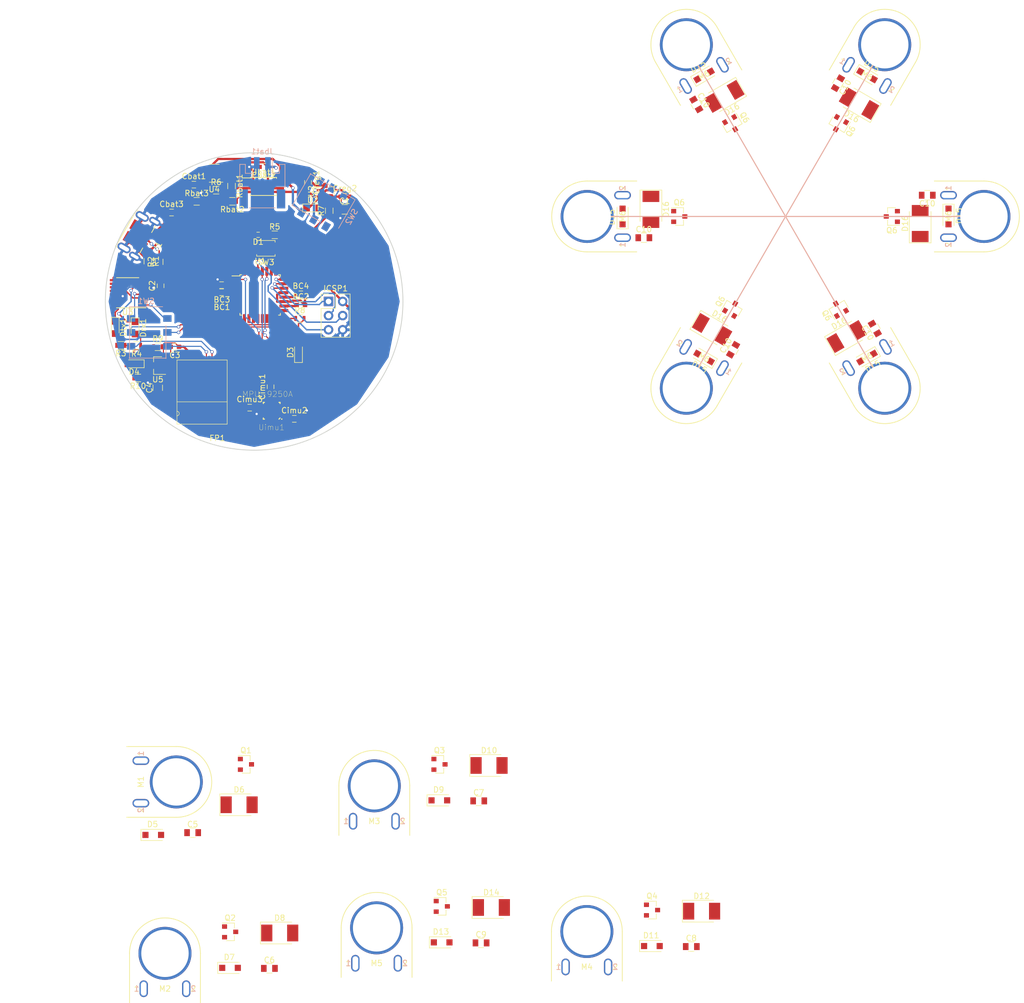
<source format=kicad_pcb>
(kicad_pcb (version 4) (host pcbnew 4.0.7)
  (layers (0 F.Cu signal) (31 B.Cu signal) (34 B.Paste user) (35 F.Paste user) (36 B.SilkS user) (37 F.SilkS user) (38 B.Mask user) (39 F.Mask user) (44 Edge.Cuts user))
  (net 0 "")
  (net 1 GND)
  (net 2 +3V3)
  (net 3 "Net-(C3-Pad1)")
  (net 4 /Motor1/VBAT)
  (net 5 /Motor2/VBAT)
  (net 6 /Motor3/VBAT)
  (net 7 /Motor4/VBAT)
  (net 8 /Motor5/VBAT)
  (net 9 /Motor6/VBAT)
  (net 10 "/USB interface/5V")
  (net 11 "Net-(Cbat2-Pad1)")
  (net 12 "Net-(Cimu1-Pad1)")
  (net 13 /VBAT)
  (net 14 /RESET)
  (net 15 "Net-(D2-Pad2)")
  (net 16 "Net-(D3-Pad2)")
  (net 17 "Net-(D4-Pad2)")
  (net 18 "Net-(D4-Pad1)")
  (net 19 "Net-(D5-Pad2)")
  (net 20 "Net-(D7-Pad2)")
  (net 21 "Net-(D10-Pad1)")
  (net 22 "Net-(D11-Pad2)")
  (net 23 "Net-(D13-Pad2)")
  (net 24 "Net-(D15-Pad2)")
  (net 25 "Net-(Drx1-Pad2)")
  (net 26 "Net-(Drx1-Pad1)")
  (net 27 "Net-(Dtx1-Pad2)")
  (net 28 "Net-(Dtx1-Pad1)")
  (net 29 /BLE/RX)
  (net 30 /BLE/TX)
  (net 31 "Net-(ICSP1-Pad1)")
  (net 32 "Net-(ICSP1-Pad3)")
  (net 33 "Net-(ICSP1-Pad4)")
  (net 34 "Net-(J1-Pad2)")
  (net 35 "Net-(J1-Pad3)")
  (net 36 /Motor1/ENABLE)
  (net 37 /Motor2/ENABLE)
  (net 38 /Motor3/ENABLE)
  (net 39 /Motor4/ENABLE)
  (net 40 /Motor5/ENABLE)
  (net 41 /Motor6/ENABLE)
  (net 42 "Net-(R1-Pad2)")
  (net 43 "Net-(R2-Pad1)")
  (net 44 "Net-(R6-Pad2)")
  (net 45 /sheet59F6B436/Vin)
  (net 46 "Net-(Rbat2-Pad1)")
  (net 47 "Net-(Rbat3-Pad1)")
  (net 48 "/USB interface/TX")
  (net 49 "Net-(SW1-Pad2)")
  (net 50 "/USB interface/RX")
  (net 51 "Net-(SW1-Pad5)")
  (net 52 /Battery/Vout)
  (net 53 /IMU_INT)
  (net 54 /IMU/SDA)
  (net 55 /IMU/SCL)
  (module motor:quad_motor_v1 (layer F.Cu) (at 223.52 61.914137 30)
    (fp_text reference M6 (at 0 6.35 30) (layer F.SilkS))
    (fp_text value Motor_DC)
    (fp_text user 2 (at 5.08 6.35 30) (layer F.SilkS))
    (fp_text user 1 (at -5.08 6.35 30) (layer F.SilkS))
    (fp_text user 2 (at 5.08 6.35 30) (layer B.SilkS) (effects (justify mirror)))
    (fp_text user 1 (at -5.08 6.35 30) (layer B.SilkS) (effects (justify mirror)))
    (pad "" thru_hole circle (at 0 0 30) (size 9.5 9.5) (drill 8.5) (layers *.Cu *.Mask))
    (pad 2 thru_hole oval (at 3.81 6.35 30) (size 1.5 3) (drill oval 1 2.5) (layers *.Cu *.Mask) (net 24 "Net-(D15-Pad2)"))
    (pad 1 thru_hole oval (at -3.81 6.35 30) (size 1.5 3) (drill oval 1 2.5) (layers *.Cu *.Mask) (net 9 /Motor6/VBAT))
  )
  (module motor:quad_motor_v1 (layer F.Cu) (at 259.08 61.914137 330)
    (fp_text reference M6 (at 0 6.35 330) (layer F.SilkS))
    (fp_text value Motor_DC)
    (fp_text user 2 (at 5.08 6.35 330) (layer F.SilkS))
    (fp_text user 1 (at -5.08 6.35 330) (layer F.SilkS))
    (fp_text user 2 (at 5.08 6.35 330) (layer B.SilkS) (effects (justify mirror)))
    (fp_text user 1 (at -5.08 6.35 330) (layer B.SilkS) (effects (justify mirror)))
    (pad "" thru_hole circle (at 0 0 330) (size 9.5 9.5) (drill 8.5) (layers *.Cu *.Mask))
    (pad 2 thru_hole oval (at 3.81 6.35 330) (size 1.5 3) (drill oval 1 2.5) (layers *.Cu *.Mask) (net 24 "Net-(D15-Pad2)"))
    (pad 1 thru_hole oval (at -3.81 6.35 330) (size 1.5 3) (drill oval 1 2.5) (layers *.Cu *.Mask) (net 9 /Motor6/VBAT))
  )
  (module motor:quad_motor_v1 (layer F.Cu) (at 276.86 92.71 270)
    (fp_text reference M6 (at 0 6.35 270) (layer F.SilkS))
    (fp_text value Motor_DC)
    (fp_text user 2 (at 5.08 6.35 270) (layer F.SilkS))
    (fp_text user 1 (at -5.08 6.35 270) (layer F.SilkS))
    (fp_text user 2 (at 5.08 6.35 270) (layer B.SilkS) (effects (justify mirror)))
    (fp_text user 1 (at -5.08 6.35 270) (layer B.SilkS) (effects (justify mirror)))
    (pad "" thru_hole circle (at 0 0 270) (size 9.5 9.5) (drill 8.5) (layers *.Cu *.Mask))
    (pad 2 thru_hole oval (at 3.81 6.35 270) (size 1.5 3) (drill oval 1 2.5) (layers *.Cu *.Mask) (net 24 "Net-(D15-Pad2)"))
    (pad 1 thru_hole oval (at -3.81 6.35 270) (size 1.5 3) (drill oval 1 2.5) (layers *.Cu *.Mask) (net 9 /Motor6/VBAT))
  )
  (module motor:quad_motor_v1 (layer F.Cu) (at 259.08 123.505863 210)
    (fp_text reference M6 (at 0 6.35 210) (layer F.SilkS))
    (fp_text value Motor_DC)
    (fp_text user 2 (at 5.08 6.35 210) (layer F.SilkS))
    (fp_text user 1 (at -5.08 6.35 210) (layer F.SilkS))
    (fp_text user 2 (at 5.08 6.35 210) (layer B.SilkS) (effects (justify mirror)))
    (fp_text user 1 (at -5.08 6.35 210) (layer B.SilkS) (effects (justify mirror)))
    (pad "" thru_hole circle (at 0 0 210) (size 9.5 9.5) (drill 8.5) (layers *.Cu *.Mask))
    (pad 2 thru_hole oval (at 3.81 6.35 210) (size 1.5 3) (drill oval 1 2.5) (layers *.Cu *.Mask) (net 24 "Net-(D15-Pad2)"))
    (pad 1 thru_hole oval (at -3.81 6.35 210) (size 1.5 3) (drill oval 1 2.5) (layers *.Cu *.Mask) (net 9 /Motor6/VBAT))
  )
  (module motor:quad_motor_v1 (layer F.Cu) (at 223.52 123.505863 150)
    (fp_text reference M6 (at 0 6.35 150) (layer F.SilkS))
    (fp_text value Motor_DC)
    (fp_text user 2 (at 5.08 6.35 150) (layer F.SilkS))
    (fp_text user 1 (at -5.08 6.35 150) (layer F.SilkS))
    (fp_text user 2 (at 5.08 6.35 150) (layer B.SilkS) (effects (justify mirror)))
    (fp_text user 1 (at -5.08 6.35 150) (layer B.SilkS) (effects (justify mirror)))
    (pad "" thru_hole circle (at 0 0 150) (size 9.5 9.5) (drill 8.5) (layers *.Cu *.Mask))
    (pad 2 thru_hole oval (at 3.81 6.35 150) (size 1.5 3) (drill oval 1 2.5) (layers *.Cu *.Mask) (net 24 "Net-(D15-Pad2)"))
    (pad 1 thru_hole oval (at -3.81 6.35 150) (size 1.5 3) (drill oval 1 2.5) (layers *.Cu *.Mask) (net 9 /Motor6/VBAT))
  )
  (module Capacitors_SMD:C_0805 (layer F.Cu) (at 225.300443 72.617955 300)
    (fp_text reference C10 (at 0 -1.5 300) (layer F.SilkS))
    (fp_text value 10uF)
    (pad 1 smd rect (at -1 0 300) (size 1 1.25) (layers F.Cu F.Paste F.Mask) (net 1 GND))
    (pad 2 smd rect (at 1 0 300) (size 1 1.25) (layers F.Cu F.Paste F.Mask) (net 9 /Motor6/VBAT))
  )
  (module Capacitors_SMD:C_0805 (layer F.Cu) (at 250.700443 68.807955 240)
    (fp_text reference C10 (at 0 -1.5 240) (layer F.SilkS))
    (fp_text value 10uF)
    (pad 1 smd rect (at -1 0 240) (size 1 1.25) (layers F.Cu F.Paste F.Mask) (net 1 GND))
    (pad 2 smd rect (at 1 0 240) (size 1 1.25) (layers F.Cu F.Paste F.Mask) (net 9 /Motor6/VBAT))
  )
  (module Capacitors_SMD:C_0805 (layer F.Cu) (at 266.7 88.9 180)
    (fp_text reference C10 (at 0 -1.5 180) (layer F.SilkS))
    (fp_text value 10uF)
    (pad 1 smd rect (at -1 0 180) (size 1 1.25) (layers F.Cu F.Paste F.Mask) (net 1 GND))
    (pad 2 smd rect (at 1 0 180) (size 1 1.25) (layers F.Cu F.Paste F.Mask) (net 9 /Motor6/VBAT))
  )
  (module Capacitors_SMD:C_0805 (layer F.Cu) (at 257.299557 112.802045 120)
    (fp_text reference C10 (at 0 -1.5 120) (layer F.SilkS))
    (fp_text value 10uF)
    (pad 1 smd rect (at -1 0 120) (size 1 1.25) (layers F.Cu F.Paste F.Mask) (net 1 GND))
    (pad 2 smd rect (at 1 0 120) (size 1 1.25) (layers F.Cu F.Paste F.Mask) (net 9 /Motor6/VBAT))
  )
  (module Capacitors_SMD:C_0805 (layer F.Cu) (at 231.899557 116.612045 60)
    (fp_text reference C10 (at 0 -1.5 60) (layer F.SilkS))
    (fp_text value 10uF)
    (pad 1 smd rect (at -1 0 60) (size 1 1.25) (layers F.Cu F.Paste F.Mask) (net 1 GND))
    (pad 2 smd rect (at 1 0 60) (size 1 1.25) (layers F.Cu F.Paste F.Mask) (net 9 /Motor6/VBAT))
  )
  (module TO_SOT_Packages_SMD:SOT-23 (layer F.Cu) (at 231.775 76.212216 300)
    (fp_text reference Q6 (at 0 -2.5 300) (layer F.SilkS))
    (fp_text value Q_NMOS_GSD)
    (pad 1 smd rect (at -1 -0.95 300) (size 0.9 0.8) (layers F.Cu F.Paste F.Mask) (net 41 /Motor6/ENABLE))
    (pad 2 smd rect (at -1 0.95 300) (size 0.9 0.8) (layers F.Cu F.Paste F.Mask) (net 1 GND))
    (pad 3 smd rect (at 1 0 300) (size 0.9 0.8) (layers F.Cu F.Paste F.Mask) (net 24 "Net-(D15-Pad2)"))
  )
  (module TO_SOT_Packages_SMD:SOT-23 (layer F.Cu) (at 250.825 76.212216 240)
    (fp_text reference Q6 (at 0 -2.5 240) (layer F.SilkS))
    (fp_text value Q_NMOS_GSD)
    (pad 1 smd rect (at -1 -0.95 240) (size 0.9 0.8) (layers F.Cu F.Paste F.Mask) (net 41 /Motor6/ENABLE))
    (pad 2 smd rect (at -1 0.95 240) (size 0.9 0.8) (layers F.Cu F.Paste F.Mask) (net 1 GND))
    (pad 3 smd rect (at 1 0 240) (size 0.9 0.8) (layers F.Cu F.Paste F.Mask) (net 24 "Net-(D15-Pad2)"))
  )
  (module TO_SOT_Packages_SMD:SOT-23 (layer F.Cu) (at 260.35 92.71 180)
    (fp_text reference Q6 (at 0 -2.5 180) (layer F.SilkS))
    (fp_text value Q_NMOS_GSD)
    (pad 1 smd rect (at -1 -0.95 180) (size 0.9 0.8) (layers F.Cu F.Paste F.Mask) (net 41 /Motor6/ENABLE))
    (pad 2 smd rect (at -1 0.95 180) (size 0.9 0.8) (layers F.Cu F.Paste F.Mask) (net 1 GND))
    (pad 3 smd rect (at 1 0 180) (size 0.9 0.8) (layers F.Cu F.Paste F.Mask) (net 24 "Net-(D15-Pad2)"))
  )
  (module TO_SOT_Packages_SMD:SOT-23 (layer F.Cu) (at 250.825 109.207784 120)
    (fp_text reference Q6 (at 0 -2.5 120) (layer F.SilkS))
    (fp_text value Q_NMOS_GSD)
    (pad 1 smd rect (at -1 -0.95 120) (size 0.9 0.8) (layers F.Cu F.Paste F.Mask) (net 41 /Motor6/ENABLE))
    (pad 2 smd rect (at -1 0.95 120) (size 0.9 0.8) (layers F.Cu F.Paste F.Mask) (net 1 GND))
    (pad 3 smd rect (at 1 0 120) (size 0.9 0.8) (layers F.Cu F.Paste F.Mask) (net 24 "Net-(D15-Pad2)"))
  )
  (module TO_SOT_Packages_SMD:SOT-23 (layer F.Cu) (at 231.775 109.207784 60)
    (fp_text reference Q6 (at 0 -2.5 60) (layer F.SilkS))
    (fp_text value Q_NMOS_GSD)
    (pad 1 smd rect (at -1 -0.95 60) (size 0.9 0.8) (layers F.Cu F.Paste F.Mask) (net 41 /Motor6/ENABLE))
    (pad 2 smd rect (at -1 0.95 60) (size 0.9 0.8) (layers F.Cu F.Paste F.Mask) (net 1 GND))
    (pad 3 smd rect (at 1 0 60) (size 0.9 0.8) (layers F.Cu F.Paste F.Mask) (net 24 "Net-(D15-Pad2)"))
  )
  (module Diodes_SMD:D_2114 (layer F.Cu) (at 230.334852 71.177807 210)
    (fp_text reference D16 (at 0 -2.7 210) (layer F.SilkS))
    (fp_text value DNP)
    (pad 1 smd rect (at -2.325 0 210) (size 2 3) (layers F.Cu F.Paste F.Mask) (net 24 "Net-(D15-Pad2)"))
    (pad 2 smd rect (at 2.325 0 210) (size 2 3) (layers F.Cu F.Paste F.Mask) (net 1 GND))
  )
  (module Diodes_SMD:D_2114 (layer F.Cu) (at 254.464852 72.447807 150)
    (fp_text reference D16 (at 0 -2.7 150) (layer F.SilkS))
    (fp_text value DNP)
    (pad 1 smd rect (at -2.325 0 150) (size 2 3) (layers F.Cu F.Paste F.Mask) (net 24 "Net-(D15-Pad2)"))
    (pad 2 smd rect (at 2.325 0 150) (size 2 3) (layers F.Cu F.Paste F.Mask) (net 1 GND))
  )
  (module Diodes_SMD:D_2114 (layer F.Cu) (at 265.43 93.98 90)
    (fp_text reference D16 (at 0 -2.7 90) (layer F.SilkS))
    (fp_text value DNP)
    (pad 1 smd rect (at -2.325 0 90) (size 2 3) (layers F.Cu F.Paste F.Mask) (net 24 "Net-(D15-Pad2)"))
    (pad 2 smd rect (at 2.325 0 90) (size 2 3) (layers F.Cu F.Paste F.Mask) (net 1 GND))
  )
  (module Diodes_SMD:D_2114 (layer F.Cu) (at 252.265148 114.242193 30)
    (fp_text reference D16 (at 0 -2.7 30) (layer F.SilkS))
    (fp_text value DNP)
    (pad 1 smd rect (at -2.325 0 30) (size 2 3) (layers F.Cu F.Paste F.Mask) (net 24 "Net-(D15-Pad2)"))
    (pad 2 smd rect (at 2.325 0 30) (size 2 3) (layers F.Cu F.Paste F.Mask) (net 1 GND))
  )
  (module Diodes_SMD:D_2114 (layer F.Cu) (at 228.135148 112.972193 330)
    (fp_text reference D16 (at 0 -2.7 330) (layer F.SilkS))
    (fp_text value DNP)
    (pad 1 smd rect (at -2.325 0 330) (size 2 3) (layers F.Cu F.Paste F.Mask) (net 24 "Net-(D15-Pad2)"))
    (pad 2 smd rect (at 2.325 0 330) (size 2 3) (layers F.Cu F.Paste F.Mask) (net 1 GND))
  )
  (module Diodes_SMD:D_SOD-123F (layer F.Cu) (at 226.695 67.413398 30)
    (fp_text reference D15 (at -0.127 -1.905 30) (layer F.SilkS))
    (fp_text value BAS521LP-7)
    (pad 1 smd rect (at -1.4 0 30) (size 1.1 1.1) (layers F.Cu F.Paste F.Mask) (net 9 /Motor6/VBAT))
    (pad 2 smd rect (at 1.4 0 30) (size 1.1 1.1) (layers F.Cu F.Paste F.Mask) (net 24 "Net-(D15-Pad2)"))
  )
  (module Diodes_SMD:D_SOD-123F (layer F.Cu) (at 255.905 67.413398 330)
    (fp_text reference D15 (at -0.127 -1.905 330) (layer F.SilkS))
    (fp_text value BAS521LP-7)
    (pad 1 smd rect (at -1.4 0 330) (size 1.1 1.1) (layers F.Cu F.Paste F.Mask) (net 9 /Motor6/VBAT))
    (pad 2 smd rect (at 1.4 0 330) (size 1.1 1.1) (layers F.Cu F.Paste F.Mask) (net 24 "Net-(D15-Pad2)"))
  )
  (module Diodes_SMD:D_SOD-123F (layer F.Cu) (at 270.51 92.71 270)
    (fp_text reference D15 (at -0.127 -1.905 270) (layer F.SilkS))
    (fp_text value BAS521LP-7)
    (pad 1 smd rect (at -1.4 0 270) (size 1.1 1.1) (layers F.Cu F.Paste F.Mask) (net 9 /Motor6/VBAT))
    (pad 2 smd rect (at 1.4 0 270) (size 1.1 1.1) (layers F.Cu F.Paste F.Mask) (net 24 "Net-(D15-Pad2)"))
  )
  (module Diodes_SMD:D_SOD-123F (layer F.Cu) (at 255.905 118.006602 210)
    (fp_text reference D15 (at -0.127 -1.905 210) (layer F.SilkS))
    (fp_text value BAS521LP-7)
    (pad 1 smd rect (at -1.4 0 210) (size 1.1 1.1) (layers F.Cu F.Paste F.Mask) (net 9 /Motor6/VBAT))
    (pad 2 smd rect (at 1.4 0 210) (size 1.1 1.1) (layers F.Cu F.Paste F.Mask) (net 24 "Net-(D15-Pad2)"))
  )
  (module Diodes_SMD:D_SOD-123F (layer F.Cu) (at 226.695 118.006602 150)
    (fp_text reference D15 (at -0.127 -1.905 150) (layer F.SilkS))
    (fp_text value BAS521LP-7)
    (pad 1 smd rect (at -1.4 0 150) (size 1.1 1.1) (layers F.Cu F.Paste F.Mask) (net 9 /Motor6/VBAT))
    (pad 2 smd rect (at 1.4 0 150) (size 1.1 1.1) (layers F.Cu F.Paste F.Mask) (net 24 "Net-(D15-Pad2)"))
  )
  (module QFN40P300X300X105-25N (layer F.Cu) (at 149.2 127.55 180)
    (fp_text reference Uimu1 (at 0.04 -2.975 180) (layer F.SilkS) (effects (font (thickness 0.05))))
    (fp_text value MPU-9250A (at 0.745 2.975 180) (layer F.SilkS) (effects (font (thickness 0.05))))
    (pad 1 smd rect (at -1.55 -1 180) (size 0.7 0.2) (layers F.Cu F.Paste F.Mask) (net 2 +3V3))
    (pad 2 smd rect (at -1.55 -0.6 180) (size 0.7 0.2) (layers F.Cu F.Paste F.Mask))
    (pad 3 smd rect (at -1.55 -0.2 180) (size 0.7 0.2) (layers F.Cu F.Paste F.Mask))
    (pad 4 smd rect (at -1.55 0.2 180) (size 0.7 0.2) (layers F.Cu F.Paste F.Mask))
    (pad 5 smd rect (at -1.55 0.6 180) (size 0.7 0.2) (layers F.Cu F.Paste F.Mask))
    (pad 6 smd rect (at -1.55 1 180) (size 0.7 0.2) (layers F.Cu F.Paste F.Mask))
    (pad 7 smd rect (at -1 1.55 270) (size 0.7 0.2) (layers F.Cu F.Paste F.Mask))
    (pad 8 smd rect (at -0.6 1.55 270) (size 0.7 0.2) (layers F.Cu F.Paste F.Mask) (net 2 +3V3))
    (pad 9 smd rect (at -0.2 1.55 270) (size 0.7 0.2) (layers F.Cu F.Paste F.Mask) (net 1 GND))
    (pad 10 smd rect (at 0.2 1.55 270) (size 0.7 0.2) (layers F.Cu F.Paste F.Mask) (net 12 "Net-(Cimu1-Pad1)"))
    (pad 11 smd rect (at 0.6 1.55 270) (size 0.7 0.2) (layers F.Cu F.Paste F.Mask) (net 1 GND))
    (pad 12 smd rect (at 1 1.55 270) (size 0.7 0.2) (layers F.Cu F.Paste F.Mask) (net 53 /IMU_INT))
    (pad 13 smd rect (at 1.55 1) (size 0.7 0.2) (layers F.Cu F.Paste F.Mask) (net 2 +3V3))
    (pad 14 smd rect (at 1.55 0.6) (size 0.7 0.2) (layers F.Cu F.Paste F.Mask))
    (pad 15 smd rect (at 1.55 0.2) (size 0.7 0.2) (layers F.Cu F.Paste F.Mask))
    (pad 16 smd rect (at 1.55 -0.2) (size 0.7 0.2) (layers F.Cu F.Paste F.Mask))
    (pad 17 smd rect (at 1.55 -0.6) (size 0.7 0.2) (layers F.Cu F.Paste F.Mask))
    (pad 18 smd rect (at 1.55 -1) (size 0.7 0.2) (layers F.Cu F.Paste F.Mask) (net 1 GND))
    (pad 19 smd rect (at 1 -1.55 90) (size 0.7 0.2) (layers F.Cu F.Paste F.Mask))
    (pad 20 smd rect (at 0.6 -1.55 90) (size 0.7 0.2) (layers F.Cu F.Paste F.Mask) (net 1 GND))
    (pad 21 smd rect (at 0.2 -1.55 90) (size 0.7 0.2) (layers F.Cu F.Paste F.Mask))
    (pad 22 smd rect (at -0.2 -1.55 90) (size 0.7 0.2) (layers F.Cu F.Paste F.Mask) (net 2 +3V3))
    (pad 23 smd rect (at -0.6 -1.55 90) (size 0.7 0.2) (layers F.Cu F.Paste F.Mask) (net 55 /IMU/SCL))
    (pad 24 smd rect (at -1 -1.55 90) (size 0.7 0.2) (layers F.Cu F.Paste F.Mask) (net 54 /IMU/SDA))
  )
  (module Capacitors_SMD:C_0603 (layer F.Cu) (at 140.22 106.299 180)
    (fp_text reference BC1 (at -0.0515 -2.667 180) (layer F.SilkS))
    (fp_text value 100nF)
    (pad 2 smd rect (at 0.75 0 180) (size 0.8 0.75) (layers F.Cu F.Paste F.Mask) (net 1 GND))
    (pad 1 smd rect (at -0.75 0 180) (size 0.8 0.75) (layers F.Cu F.Paste F.Mask) (net 2 +3V3))
  )
  (module Capacitors_SMD:C_0603 (layer F.Cu) (at 154.42 108.585)
    (fp_text reference BC2 (at 0 -1.5) (layer F.SilkS))
    (fp_text value 100nF)
    (pad 2 smd rect (at 0.75 0) (size 0.8 0.75) (layers F.Cu F.Paste F.Mask) (net 1 GND))
    (pad 1 smd rect (at -0.75 0) (size 0.8 0.75) (layers F.Cu F.Paste F.Mask) (net 2 +3V3))
  )
  (module Capacitors_SMD:C_0603 (layer F.Cu) (at 140.22 105.029 180)
    (fp_text reference BC3 (at -0.0515 -2.6035 180) (layer F.SilkS))
    (fp_text value 100nF)
    (pad 2 smd rect (at 0.75 0 180) (size 0.8 0.75) (layers F.Cu F.Paste F.Mask) (net 1 GND))
    (pad 1 smd rect (at -0.75 0 180) (size 0.8 0.75) (layers F.Cu F.Paste F.Mask) (net 2 +3V3))
  )
  (module Capacitors_SMD:C_0603 (layer F.Cu) (at 154.42 106.68)
    (fp_text reference BC4 (at 0 -1.5) (layer F.SilkS))
    (fp_text value 100nF)
    (pad 2 smd rect (at 0.75 0) (size 0.8 0.75) (layers F.Cu F.Paste F.Mask) (net 1 GND))
    (pad 1 smd rect (at -0.75 0) (size 0.8 0.75) (layers F.Cu F.Paste F.Mask) (net 2 +3V3))
  )
  (module Capacitors_SMD:C_0805 (layer F.Cu) (at 162.29 91.44)
    (fp_text reference C1 (at 0 -1.5) (layer F.SilkS))
    (fp_text value 10uF)
    (pad 1 smd rect (at -1 0) (size 1 1.25) (layers F.Cu F.Paste F.Mask) (net 2 +3V3))
    (pad 2 smd rect (at 1 0) (size 1 1.25) (layers F.Cu F.Paste F.Mask) (net 1 GND))
  )
  (module Capacitors_SMD:C_0603 (layer F.Cu) (at 129.286 105.144 90)
    (fp_text reference C2 (at 0 -1.5 90) (layer F.SilkS))
    (fp_text value 100nF)
    (pad 2 smd rect (at 0.75 0 90) (size 0.8 0.75) (layers F.Cu F.Paste F.Mask) (net 1 GND))
    (pad 1 smd rect (at -0.75 0 90) (size 0.8 0.75) (layers F.Cu F.Paste F.Mask) (net 2 +3V3))
  )
  (module Capacitors_SMD:C_0603 (layer F.Cu) (at 131.838 116.078 180)
    (fp_text reference C3 (at 0 -1.5 180) (layer F.SilkS))
    (fp_text value 1uF)
    (pad 2 smd rect (at 0.75 0 180) (size 0.8 0.75) (layers F.Cu F.Paste F.Mask) (net 1 GND))
    (pad 1 smd rect (at -0.75 0 180) (size 0.8 0.75) (layers F.Cu F.Paste F.Mask) (net 3 "Net-(C3-Pad1)"))
  )
  (module Capacitors_SMD:C_0805 (layer F.Cu) (at 128.778 123.428 90)
    (fp_text reference C4 (at 0 -1.5 90) (layer F.SilkS))
    (fp_text value 10uF)
    (pad 1 smd rect (at -1 0 90) (size 1 1.25) (layers F.Cu F.Paste F.Mask) (net 2 +3V3))
    (pad 2 smd rect (at 1 0 90) (size 1 1.25) (layers F.Cu F.Paste F.Mask) (net 1 GND))
  )
  (module Capacitors_SMD:C_0805 (layer F.Cu) (at 135.029333 203.211)
    (fp_text reference C5 (at 0 -1.5) (layer F.SilkS))
    (fp_text value 10uF)
    (pad 1 smd rect (at -1 0) (size 1 1.25) (layers F.Cu F.Paste F.Mask) (net 1 GND))
    (pad 2 smd rect (at 1 0) (size 1 1.25) (layers F.Cu F.Paste F.Mask) (net 4 /Motor1/VBAT))
  )
  (module Capacitors_SMD:C_0805 (layer F.Cu) (at 148.787333 227.551)
    (fp_text reference C6 (at 0 -1.5) (layer F.SilkS))
    (fp_text value 10uF)
    (pad 1 smd rect (at -1 0) (size 1 1.25) (layers F.Cu F.Paste F.Mask) (net 1 GND))
    (pad 2 smd rect (at 1 0) (size 1 1.25) (layers F.Cu F.Paste F.Mask) (net 5 /Motor2/VBAT))
  )
  (module Capacitors_SMD:C_0805 (layer F.Cu) (at 186.307333 197.511)
    (fp_text reference C7 (at 0 -1.5) (layer F.SilkS))
    (fp_text value 10uF)
    (pad 1 smd rect (at -1 0) (size 1 1.25) (layers F.Cu F.Paste F.Mask) (net 1 GND))
    (pad 2 smd rect (at 1 0) (size 1 1.25) (layers F.Cu F.Paste F.Mask) (net 6 /Motor3/VBAT))
  )
  (module Capacitors_SMD:C_0805 (layer F.Cu) (at 224.405333 223.639)
    (fp_text reference C8 (at 0 -1.5) (layer F.SilkS))
    (fp_text value 10uF)
    (pad 1 smd rect (at -1 0) (size 1 1.25) (layers F.Cu F.Paste F.Mask) (net 1 GND))
    (pad 2 smd rect (at 1 0) (size 1 1.25) (layers F.Cu F.Paste F.Mask) (net 7 /Motor4/VBAT))
  )
  (module Capacitors_SMD:C_0805 (layer F.Cu) (at 186.723333 222.979)
    (fp_text reference C9 (at 0 -1.5) (layer F.SilkS))
    (fp_text value 10uF)
    (pad 1 smd rect (at -1 0) (size 1 1.25) (layers F.Cu F.Paste F.Mask) (net 1 GND))
    (pad 2 smd rect (at 1 0) (size 1 1.25) (layers F.Cu F.Paste F.Mask) (net 8 /Motor5/VBAT))
  )
  (module Capacitors_SMD:C_0805 (layer F.Cu) (at 215.9 96.52)
    (fp_text reference C10 (at 0 -1.5) (layer F.SilkS))
    (fp_text value 10uF)
    (pad 1 smd rect (at -1 0) (size 1 1.25) (layers F.Cu F.Paste F.Mask) (net 1 GND))
    (pad 2 smd rect (at 1 0) (size 1 1.25) (layers F.Cu F.Paste F.Mask) (net 9 /Motor6/VBAT))
  )
  (module Capacitors_SMD:C_0603 (layer F.Cu) (at 135.25 87)
    (fp_text reference Cbat1 (at 0 -1.5) (layer F.SilkS))
    (fp_text value 1uF)
    (pad 2 smd rect (at 0.75 0) (size 0.8 0.75) (layers F.Cu F.Paste F.Mask) (net 1 GND))
    (pad 1 smd rect (at -0.75 0) (size 0.8 0.75) (layers F.Cu F.Paste F.Mask) (net 10 "/USB interface/5V"))
  )
  (module Capacitors_SMD:C_0603 (layer F.Cu) (at 147.776 83.82 180)
    (fp_text reference Cbat2 (at 0 -1.5 180) (layer F.SilkS))
    (fp_text value 1uF)
    (pad 2 smd rect (at 0.75 0 180) (size 0.8 0.75) (layers F.Cu F.Paste F.Mask) (net 1 GND))
    (pad 1 smd rect (at -0.75 0 180) (size 0.8 0.75) (layers F.Cu F.Paste F.Mask) (net 11 "Net-(Cbat2-Pad1)"))
  )
  (module Capacitors_SMD:C_0603 (layer F.Cu) (at 131.25 92)
    (fp_text reference Cbat3 (at 0 -1.5) (layer F.SilkS))
    (fp_text value 0.1uF)
    (pad 2 smd rect (at 0.75 0) (size 0.8 0.75) (layers F.Cu F.Paste F.Mask) (net 1 GND))
    (pad 1 smd rect (at -0.75 0) (size 0.8 0.75) (layers F.Cu F.Paste F.Mask) (net 10 "/USB interface/5V"))
  )
  (module Capacitors_SMD:C_0603 (layer F.Cu) (at 149 123.25 90)
    (fp_text reference Cimu1 (at 0 -1.5 90) (layer F.SilkS))
    (fp_text value 0.1µF)
    (pad 2 smd rect (at 0.75 0 90) (size 0.8 0.75) (layers F.Cu F.Paste F.Mask) (net 1 GND))
    (pad 1 smd rect (at -0.75 0 90) (size 0.8 0.75) (layers F.Cu F.Paste F.Mask) (net 12 "Net-(Cimu1-Pad1)"))
  )
  (module Capacitors_SMD:C_0603 (layer F.Cu) (at 153.25 129)
    (fp_text reference Cimu2 (at 0 -1.5) (layer F.SilkS))
    (fp_text value 10nF)
    (pad 2 smd rect (at 0.75 0) (size 0.8 0.75) (layers F.Cu F.Paste F.Mask) (net 1 GND))
    (pad 1 smd rect (at -0.75 0) (size 0.8 0.75) (layers F.Cu F.Paste F.Mask) (net 2 +3V3))
  )
  (module Capacitors_SMD:C_0603 (layer F.Cu) (at 145.25 127)
    (fp_text reference Cimu3 (at 0 -1.5) (layer F.SilkS))
    (fp_text value 0.1µF)
    (pad 2 smd rect (at 0.75 0) (size 0.8 0.75) (layers F.Cu F.Paste F.Mask) (net 1 GND))
    (pad 1 smd rect (at -0.75 0) (size 0.8 0.75) (layers F.Cu F.Paste F.Mask) (net 2 +3V3))
  )
  (module Capacitors_SMD:C_0603 (layer F.Cu) (at 155.702 86.602 270)
    (fp_text reference Creg1 (at 0 -1.5 270) (layer F.SilkS))
    (fp_text value 1uF)
    (pad 2 smd rect (at 0.75 0 270) (size 0.8 0.75) (layers F.Cu F.Paste F.Mask) (net 1 GND))
    (pad 1 smd rect (at -0.75 0 270) (size 0.8 0.75) (layers F.Cu F.Paste F.Mask) (net 13 /VBAT))
  )
  (module Capacitors_SMD:C_0603 (layer F.Cu) (at 162.318 89.154)
    (fp_text reference Creg2 (at 0 -1.5) (layer F.SilkS))
    (fp_text value 1uF)
    (pad 2 smd rect (at 0.75 0) (size 0.8 0.75) (layers F.Cu F.Paste F.Mask) (net 1 GND))
    (pad 1 smd rect (at -0.75 0) (size 0.8 0.75) (layers F.Cu F.Paste F.Mask) (net 2 +3V3))
  )
  (module Capacitors_SMD:C_0402 (layer F.Cu) (at 146.77 96 180)
    (fp_text reference D1 (at 0 -1.27 180) (layer F.SilkS))
    (fp_text value CD1206-S01575)
    (pad 1 smd rect (at -0.55 0 180) (size 0.6 0.5) (layers F.Cu F.Paste F.Mask) (net 2 +3V3))
    (pad 2 smd rect (at 0.55 0 180) (size 0.6 0.5) (layers F.Cu F.Paste F.Mask) (net 14 /RESET))
  )
  (module LEDs:LED_0805 (layer F.Cu) (at 156.548 91.186)
    (fp_text reference D2 (at 0 -1.45) (layer F.SilkS))
    (fp_text value LED)
    (pad 2 smd rect (at 1.1 0 180) (size 1.2 1.2) (layers F.Cu F.Paste F.Mask) (net 15 "Net-(D2-Pad2)"))
    (pad 1 smd rect (at -1.1 0 180) (size 1.2 1.2) (layers F.Cu F.Paste F.Mask) (net 1 GND))
  )
  (module LEDs:LED_0805 (layer F.Cu) (at 154 117.1 90)
    (fp_text reference D3 (at 0 -1.45 90) (layer F.SilkS))
    (fp_text value LED)
    (pad 2 smd rect (at 1.1 0 270) (size 1.2 1.2) (layers F.Cu F.Paste F.Mask) (net 16 "Net-(D3-Pad2)"))
    (pad 1 smd rect (at -1.1 0 270) (size 1.2 1.2) (layers F.Cu F.Paste F.Mask) (net 1 GND))
  )
  (module LEDs:LED_0805 (layer F.Cu) (at 124.544 119.126 180)
    (fp_text reference D4 (at 0 -1.45 180) (layer F.SilkS))
    (fp_text value LED)
    (pad 2 smd rect (at 1.1 0) (size 1.2 1.2) (layers F.Cu F.Paste F.Mask) (net 17 "Net-(D4-Pad2)"))
    (pad 1 smd rect (at -1.1 0) (size 1.2 1.2) (layers F.Cu F.Paste F.Mask) (net 18 "Net-(D4-Pad1)"))
  )
  (module Diodes_SMD:D_SOD-123F (layer F.Cu) (at 127.969333 203.616)
    (fp_text reference D5 (at -0.127 -1.905) (layer F.SilkS))
    (fp_text value BAS521LP-7)
    (pad 1 smd rect (at -1.4 0) (size 1.1 1.1) (layers F.Cu F.Paste F.Mask) (net 4 /Motor1/VBAT))
    (pad 2 smd rect (at 1.4 0) (size 1.1 1.1) (layers F.Cu F.Paste F.Mask) (net 19 "Net-(D5-Pad2)"))
  )
  (module Diodes_SMD:D_2114 (layer F.Cu) (at 143.361001 198.211)
    (fp_text reference D6 (at 0 -2.7) (layer F.SilkS))
    (fp_text value DNP)
    (pad 1 smd rect (at -2.325 0) (size 2 3) (layers F.Cu F.Paste F.Mask) (net 19 "Net-(D5-Pad2)"))
    (pad 2 smd rect (at 2.325 0) (size 2 3) (layers F.Cu F.Paste F.Mask) (net 1 GND))
  )
  (module Diodes_SMD:D_SOD-123F (layer F.Cu) (at 141.727333 227.456)
    (fp_text reference D7 (at -0.127 -1.905) (layer F.SilkS))
    (fp_text value BAS521LP-7)
    (pad 1 smd rect (at -1.4 0) (size 1.1 1.1) (layers F.Cu F.Paste F.Mask) (net 5 /Motor2/VBAT))
    (pad 2 smd rect (at 1.4 0) (size 1.1 1.1) (layers F.Cu F.Paste F.Mask) (net 20 "Net-(D7-Pad2)"))
  )
  (module Diodes_SMD:D_2114 (layer F.Cu) (at 150.639001 221.201)
    (fp_text reference D8 (at 0 -2.7) (layer F.SilkS))
    (fp_text value DNP)
    (pad 1 smd rect (at -2.325 0) (size 2 3) (layers F.Cu F.Paste F.Mask) (net 20 "Net-(D7-Pad2)"))
    (pad 2 smd rect (at 2.325 0) (size 2 3) (layers F.Cu F.Paste F.Mask) (net 1 GND))
  )
  (module Diodes_SMD:D_SOD-123F (layer F.Cu) (at 179.247333 197.416)
    (fp_text reference D9 (at -0.127 -1.905) (layer F.SilkS))
    (fp_text value BAS521LP-7)
    (pad 1 smd rect (at -1.4 0) (size 1.1 1.1) (layers F.Cu F.Paste F.Mask) (net 6 /Motor3/VBAT))
    (pad 2 smd rect (at 1.4 0) (size 1.1 1.1) (layers F.Cu F.Paste F.Mask) (net 21 "Net-(D10-Pad1)"))
  )
  (module Diodes_SMD:D_2114 (layer F.Cu) (at 188.159001 191.161)
    (fp_text reference D10 (at 0 -2.7) (layer F.SilkS))
    (fp_text value DNP)
    (pad 1 smd rect (at -2.325 0) (size 2 3) (layers F.Cu F.Paste F.Mask) (net 21 "Net-(D10-Pad1)"))
    (pad 2 smd rect (at 2.325 0) (size 2 3) (layers F.Cu F.Paste F.Mask) (net 1 GND))
  )
  (module Diodes_SMD:D_SOD-123F (layer F.Cu) (at 217.345333 223.544)
    (fp_text reference D11 (at -0.127 -1.905) (layer F.SilkS))
    (fp_text value BAS521LP-7)
    (pad 1 smd rect (at -1.4 0) (size 1.1 1.1) (layers F.Cu F.Paste F.Mask) (net 7 /Motor4/VBAT))
    (pad 2 smd rect (at 1.4 0) (size 1.1 1.1) (layers F.Cu F.Paste F.Mask) (net 22 "Net-(D11-Pad2)"))
  )
  (module Diodes_SMD:D_2114 (layer F.Cu) (at 226.257001 217.289)
    (fp_text reference D12 (at 0 -2.7) (layer F.SilkS))
    (fp_text value DNP)
    (pad 1 smd rect (at -2.325 0) (size 2 3) (layers F.Cu F.Paste F.Mask) (net 22 "Net-(D11-Pad2)"))
    (pad 2 smd rect (at 2.325 0) (size 2 3) (layers F.Cu F.Paste F.Mask) (net 1 GND))
  )
  (module Diodes_SMD:D_SOD-123F (layer F.Cu) (at 179.663333 222.884)
    (fp_text reference D13 (at -0.127 -1.905) (layer F.SilkS))
    (fp_text value BAS521LP-7)
    (pad 1 smd rect (at -1.4 0) (size 1.1 1.1) (layers F.Cu F.Paste F.Mask) (net 8 /Motor5/VBAT))
    (pad 2 smd rect (at 1.4 0) (size 1.1 1.1) (layers F.Cu F.Paste F.Mask) (net 23 "Net-(D13-Pad2)"))
  )
  (module Diodes_SMD:D_2114 (layer F.Cu) (at 188.575001 216.629)
    (fp_text reference D14 (at 0 -2.7) (layer F.SilkS))
    (fp_text value DNP)
    (pad 1 smd rect (at -2.325 0) (size 2 3) (layers F.Cu F.Paste F.Mask) (net 23 "Net-(D13-Pad2)"))
    (pad 2 smd rect (at 2.325 0) (size 2 3) (layers F.Cu F.Paste F.Mask) (net 1 GND))
  )
  (module Diodes_SMD:D_SOD-123F (layer F.Cu) (at 212.09 92.71 90)
    (fp_text reference D15 (at -0.127 -1.905 90) (layer F.SilkS))
    (fp_text value BAS521LP-7)
    (pad 1 smd rect (at -1.4 0 90) (size 1.1 1.1) (layers F.Cu F.Paste F.Mask) (net 9 /Motor6/VBAT))
    (pad 2 smd rect (at 1.4 0 90) (size 1.1 1.1) (layers F.Cu F.Paste F.Mask) (net 24 "Net-(D15-Pad2)"))
  )
  (module Diodes_SMD:D_2114 (layer F.Cu) (at 217.17 91.44 270)
    (fp_text reference D16 (at 0 -2.7 270) (layer F.SilkS))
    (fp_text value DNP)
    (pad 1 smd rect (at -2.325 0 270) (size 2 3) (layers F.Cu F.Paste F.Mask) (net 24 "Net-(D15-Pad2)"))
    (pad 2 smd rect (at 2.325 0 270) (size 2 3) (layers F.Cu F.Paste F.Mask) (net 1 GND))
  )
  (module LEDs:LED_0805 (layer F.Cu) (at 124.714 112.692 270)
    (fp_text reference Drx1 (at 0 -1.45 270) (layer F.SilkS))
    (fp_text value LED-G)
    (pad 2 smd rect (at 1.1 0 90) (size 1.2 1.2) (layers F.Cu F.Paste F.Mask) (net 25 "Net-(Drx1-Pad2)"))
    (pad 1 smd rect (at -1.1 0 90) (size 1.2 1.2) (layers F.Cu F.Paste F.Mask) (net 26 "Net-(Drx1-Pad1)"))
  )
  (module LEDs:LED_0805 (layer F.Cu) (at 121.158 112.606 270)
    (fp_text reference Dtx1 (at 0 -1.45 270) (layer F.SilkS))
    (fp_text value LED-G)
    (pad 2 smd rect (at 1.1 0 90) (size 1.2 1.2) (layers F.Cu F.Paste F.Mask) (net 27 "Net-(Dtx1-Pad2)"))
    (pad 1 smd rect (at -1.1 0 90) (size 1.2 1.2) (layers F.Cu F.Paste F.Mask) (net 28 "Net-(Dtx1-Pad1)"))
  )
  (module eclectronics:BM71BLES1FC2 (layer F.Cu) (at 141.22 118.452 180)
    (fp_text reference FP1 (at 1.778 -14.01572 180) (layer F.SilkS))
    (fp_text value BM71BLES1FC2)
    (pad 6 smd rect (at 1.5 -0.25 180) (size 0.7 1.5) (layers F.Cu F.Paste F.Mask))
    (pad 7 smd rect (at 2.7 -0.25 180) (size 0.7 1.5) (layers F.Cu F.Paste F.Mask) (net 29 /BLE/RX))
    (pad 8 smd rect (at 3.9 -0.25 180) (size 0.7 1.5) (layers F.Cu F.Paste F.Mask) (net 30 /BLE/TX))
    (pad 9 smd rect (at 5.1 -0.25 180) (size 0.7 1.5) (layers F.Cu F.Paste F.Mask))
    (pad 10 smd rect (at 6.3 -0.25 180) (size 0.7 1.5) (layers F.Cu F.Paste F.Mask) (net 3 "Net-(C3-Pad1)"))
    (pad 11 smd rect (at 7.5 -0.25 180) (size 0.7 1.5) (layers F.Cu F.Paste F.Mask))
    (pad 5 smd rect (at 0.25 -1.9 90) (size 0.7 1.5) (layers F.Cu F.Paste F.Mask))
    (pad 4 smd rect (at 0.25 -3.1 90) (size 0.7 1.5) (layers F.Cu F.Paste F.Mask))
    (pad 3 smd rect (at 0.25 -4.3 90) (size 0.7 1.5) (layers F.Cu F.Paste F.Mask))
    (pad 2 smd rect (at 0.25 -5.5 90) (size 0.7 1.5) (layers F.Cu F.Paste F.Mask) (net 1 GND))
    (pad 1 smd rect (at 0.25 -6.7 90) (size 0.7 1.5) (layers F.Cu F.Paste F.Mask))
    (pad 12 smd rect (at 8.75 -1.9 90) (size 0.7 1.5) (layers F.Cu F.Paste F.Mask) (net 18 "Net-(D4-Pad1)"))
    (pad 13 smd rect (at 8.75 -3.1 90) (size 0.7 1.5) (layers F.Cu F.Paste F.Mask) (net 1 GND))
    (pad 14 smd rect (at 8.75 -4.3 90) (size 0.7 1.5) (layers F.Cu F.Paste F.Mask) (net 2 +3V3))
    (pad 15 smd rect (at 8.75 -5.5 90) (size 0.7 1.5) (layers F.Cu F.Paste F.Mask))
    (pad 16 smd rect (at 8.75 -6.7 90) (size 0.7 1.5) (layers F.Cu F.Paste F.Mask))
  )
  (module Pin_Headers:Pin_Header_Straight_2x03_Pitch2.54mm (layer F.Cu) (at 159.385 107.95)
    (fp_text reference ICSP1 (at 1.27 -2.33) (layer F.SilkS))
    (fp_text value Conn_02x03)
    (pad 1 thru_hole rect (at 0 0) (size 1.7 1.7) (drill 1) (layers *.Cu *.Mask) (net 31 "Net-(ICSP1-Pad1)"))
    (pad 2 thru_hole oval (at 2.54 0) (size 1.7 1.7) (drill 1) (layers *.Cu *.Mask) (net 2 +3V3))
    (pad 3 thru_hole oval (at 0 2.54) (size 1.7 1.7) (drill 1) (layers *.Cu *.Mask) (net 32 "Net-(ICSP1-Pad3)"))
    (pad 4 thru_hole oval (at 2.54 2.54) (size 1.7 1.7) (drill 1) (layers *.Cu *.Mask) (net 33 "Net-(ICSP1-Pad4)"))
    (pad 5 thru_hole oval (at 0 5.08) (size 1.7 1.7) (drill 1) (layers *.Cu *.Mask) (net 14 /RESET))
    (pad 6 thru_hole oval (at 2.54 5.08) (size 1.7 1.7) (drill 1) (layers *.Cu *.Mask) (net 1 GND))
  )
  (module eclectronics:USB_microB_2040002-1 (layer F.Cu) (at 124.368 95.52723 240)
    (fp_text reference J1 (at 0 -5.08 240) (layer F.SilkS))
    (fp_text value USB_microB_2040002-1)
    (pad 1 smd rect (at -1.3 -2.675 240) (size 0.4 1.35) (layers F.Cu F.Paste F.Mask) (net 10 "/USB interface/5V"))
    (pad 2 smd rect (at -0.65 -2.675 240) (size 0.4 1.35) (layers F.Cu F.Paste F.Mask) (net 34 "Net-(J1-Pad2)"))
    (pad 3 smd rect (at 0 -2.675 240) (size 0.4 1.35) (layers F.Cu F.Paste F.Mask) (net 35 "Net-(J1-Pad3)"))
    (pad 4 smd rect (at 0.65 -2.675 240) (size 0.4 1.35) (layers F.Cu F.Paste F.Mask))
    (pad 5 smd rect (at 1.3 -2.675 240) (size 0.4 1.35) (layers F.Cu F.Paste F.Mask) (net 1 GND))
    (pad 11 thru_hole oval (at -3.615 -2.4 240) (size 1.16 2.16) (drill oval 0.56 1.56) (layers *.Cu *.Mask) (net 1 GND))
    (pad 6 thru_hole oval (at 3.615 -2.4 240) (size 1.16 2.16) (drill oval 0.56 1.56) (layers *.Cu *.Mask) (net 1 GND))
    (pad 10 thru_hole oval (at -3.255 0 240) (size 1.32 2.52) (drill oval 0.72 1.92) (layers *.Cu *.Mask) (net 1 GND))
    (pad 7 thru_hole oval (at 3.255 0 240) (size 1.32 2.52) (drill oval 0.72 1.92) (layers *.Cu *.Mask) (net 1 GND))
    (pad 9 smd rect (at -1.2 0 240) (size 1.9 1.9) (layers F.Cu F.Paste F.Mask) (net 1 GND))
    (pad 8 smd rect (at 1.2 0 240) (size 1.9 1.9) (layers F.Cu F.Paste F.Mask) (net 1 GND))
  )
  (module Connectors_JST:JST_PH_S2B-PH-SM4-TB_02x2.00mm_Angled (layer B.Cu) (at 147.526 86.695 180)
    (fp_text reference Jbat1 (at 0 5.625 180) (layer B.SilkS) (effects (justify mirror)))
    (fp_text value "Battery 1x2")
    (pad 1 smd rect (at -1 2.875 180) (size 1 3.5) (layers B.Cu B.Paste B.Mask) (net 11 "Net-(Cbat2-Pad1)"))
    (pad 2 smd rect (at 1 2.875 180) (size 1 3.5) (layers B.Cu B.Paste B.Mask) (net 1 GND))
    (pad "" smd rect (at -3.35 -2.875 180) (size 1.5 3.4) (layers B.Cu B.Paste B.Mask))
    (pad "" smd rect (at 3.35 -2.875 180) (size 1.5 3.4) (layers B.Cu B.Paste B.Mask))
  )
  (module motor:quad_motor_v1 (layer F.Cu) (at 132.101001 194.111001 270)
    (fp_text reference M1 (at 0 6.35 270) (layer F.SilkS))
    (fp_text value Motor_DC)
    (fp_text user 2 (at 5.08 6.35 270) (layer F.SilkS))
    (fp_text user 1 (at -5.08 6.35 270) (layer F.SilkS))
    (fp_text user 2 (at 5.08 6.35 270) (layer B.SilkS) (effects (justify mirror)))
    (fp_text user 1 (at -5.08 6.35 270) (layer B.SilkS) (effects (justify mirror)))
    (pad "" thru_hole circle (at 0 0 270) (size 9.5 9.5) (drill 8.5) (layers *.Cu *.Mask))
    (pad 2 thru_hole oval (at 3.81 6.35 270) (size 1.5 3) (drill oval 1 2.5) (layers *.Cu *.Mask) (net 19 "Net-(D5-Pad2)"))
    (pad 1 thru_hole oval (at -3.81 6.35 270) (size 1.5 3) (drill oval 1 2.5) (layers *.Cu *.Mask) (net 4 /Motor1/VBAT))
  )
  (module motor:quad_motor_v1 (layer F.Cu) (at 130.069001 224.851)
    (fp_text reference M2 (at 0 6.35) (layer F.SilkS))
    (fp_text value Motor_DC)
    (fp_text user 2 (at 5.08 6.35) (layer F.SilkS))
    (fp_text user 1 (at -5.08 6.35) (layer F.SilkS))
    (fp_text user 2 (at 5.08 6.35) (layer B.SilkS) (effects (justify mirror)))
    (fp_text user 1 (at -5.08 6.35) (layer B.SilkS) (effects (justify mirror)))
    (pad "" thru_hole circle (at 0 0) (size 9.5 9.5) (drill 8.5) (layers *.Cu *.Mask))
    (pad 2 thru_hole oval (at 3.81 6.35) (size 1.5 3) (drill oval 1 2.5) (layers *.Cu *.Mask) (net 20 "Net-(D7-Pad2)"))
    (pad 1 thru_hole oval (at -3.81 6.35) (size 1.5 3) (drill oval 1 2.5) (layers *.Cu *.Mask) (net 5 /Motor2/VBAT))
  )
  (module motor:quad_motor_v1 (layer F.Cu) (at 167.589001 194.811)
    (fp_text reference M3 (at 0 6.35) (layer F.SilkS))
    (fp_text value Motor_DC)
    (fp_text user 2 (at 5.08 6.35) (layer F.SilkS))
    (fp_text user 1 (at -5.08 6.35) (layer F.SilkS))
    (fp_text user 2 (at 5.08 6.35) (layer B.SilkS) (effects (justify mirror)))
    (fp_text user 1 (at -5.08 6.35) (layer B.SilkS) (effects (justify mirror)))
    (pad "" thru_hole circle (at 0 0) (size 9.5 9.5) (drill 8.5) (layers *.Cu *.Mask))
    (pad 2 thru_hole oval (at 3.81 6.35) (size 1.5 3) (drill oval 1 2.5) (layers *.Cu *.Mask) (net 21 "Net-(D10-Pad1)"))
    (pad 1 thru_hole oval (at -3.81 6.35) (size 1.5 3) (drill oval 1 2.5) (layers *.Cu *.Mask) (net 6 /Motor3/VBAT))
  )
  (module motor:quad_motor_v1 (layer F.Cu) (at 205.687001 220.939)
    (fp_text reference M4 (at 0 6.35) (layer F.SilkS))
    (fp_text value Motor_DC)
    (fp_text user 2 (at 5.08 6.35) (layer F.SilkS))
    (fp_text user 1 (at -5.08 6.35) (layer F.SilkS))
    (fp_text user 2 (at 5.08 6.35) (layer B.SilkS) (effects (justify mirror)))
    (fp_text user 1 (at -5.08 6.35) (layer B.SilkS) (effects (justify mirror)))
    (pad "" thru_hole circle (at 0 0) (size 9.5 9.5) (drill 8.5) (layers *.Cu *.Mask))
    (pad 2 thru_hole oval (at 3.81 6.35) (size 1.5 3) (drill oval 1 2.5) (layers *.Cu *.Mask) (net 22 "Net-(D11-Pad2)"))
    (pad 1 thru_hole oval (at -3.81 6.35) (size 1.5 3) (drill oval 1 2.5) (layers *.Cu *.Mask) (net 7 /Motor4/VBAT))
  )
  (module motor:quad_motor_v1 (layer F.Cu) (at 168.005001 220.279)
    (fp_text reference M5 (at 0 6.35) (layer F.SilkS))
    (fp_text value Motor_DC)
    (fp_text user 2 (at 5.08 6.35) (layer F.SilkS))
    (fp_text user 1 (at -5.08 6.35) (layer F.SilkS))
    (fp_text user 2 (at 5.08 6.35) (layer B.SilkS) (effects (justify mirror)))
    (fp_text user 1 (at -5.08 6.35) (layer B.SilkS) (effects (justify mirror)))
    (pad "" thru_hole circle (at 0 0) (size 9.5 9.5) (drill 8.5) (layers *.Cu *.Mask))
    (pad 2 thru_hole oval (at 3.81 6.35) (size 1.5 3) (drill oval 1 2.5) (layers *.Cu *.Mask) (net 23 "Net-(D13-Pad2)"))
    (pad 1 thru_hole oval (at -3.81 6.35) (size 1.5 3) (drill oval 1 2.5) (layers *.Cu *.Mask) (net 8 /Motor5/VBAT))
  )
  (module motor:quad_motor_v1 (layer F.Cu) (at 205.74 92.71 90)
    (fp_text reference M6 (at 0 6.35 90) (layer F.SilkS))
    (fp_text value Motor_DC)
    (fp_text user 2 (at 5.08 6.35 90) (layer F.SilkS))
    (fp_text user 1 (at -5.08 6.35 90) (layer F.SilkS))
    (fp_text user 2 (at 5.08 6.35 90) (layer B.SilkS) (effects (justify mirror)))
    (fp_text user 1 (at -5.08 6.35 90) (layer B.SilkS) (effects (justify mirror)))
    (pad "" thru_hole circle (at 0 0 90) (size 9.5 9.5) (drill 8.5) (layers *.Cu *.Mask))
    (pad 2 thru_hole oval (at 3.81 6.35 90) (size 1.5 3) (drill oval 1 2.5) (layers *.Cu *.Mask) (net 24 "Net-(D15-Pad2)"))
    (pad 1 thru_hole oval (at -3.81 6.35 90) (size 1.5 3) (drill oval 1 2.5) (layers *.Cu *.Mask) (net 9 /Motor6/VBAT))
  )
  (module TO_SOT_Packages_SMD:SOT-23 (layer F.Cu) (at 144.583143 190.961)
    (fp_text reference Q1 (at 0 -2.5) (layer F.SilkS))
    (fp_text value Q_NMOS_GSD)
    (pad 1 smd rect (at -1 -0.95) (size 0.9 0.8) (layers F.Cu F.Paste F.Mask) (net 36 /Motor1/ENABLE))
    (pad 2 smd rect (at -1 0.95) (size 0.9 0.8) (layers F.Cu F.Paste F.Mask) (net 1 GND))
    (pad 3 smd rect (at 1 0) (size 0.9 0.8) (layers F.Cu F.Paste F.Mask) (net 19 "Net-(D5-Pad2)"))
  )
  (module TO_SOT_Packages_SMD:SOT-23 (layer F.Cu) (at 141.751143 221.001)
    (fp_text reference Q2 (at 0 -2.5) (layer F.SilkS))
    (fp_text value Q_NMOS_GSD)
    (pad 1 smd rect (at -1 -0.95) (size 0.9 0.8) (layers F.Cu F.Paste F.Mask) (net 37 /Motor2/ENABLE))
    (pad 2 smd rect (at -1 0.95) (size 0.9 0.8) (layers F.Cu F.Paste F.Mask) (net 1 GND))
    (pad 3 smd rect (at 1 0) (size 0.9 0.8) (layers F.Cu F.Paste F.Mask) (net 20 "Net-(D7-Pad2)"))
  )
  (module TO_SOT_Packages_SMD:SOT-23 (layer F.Cu) (at 179.271143 190.961)
    (fp_text reference Q3 (at 0 -2.5) (layer F.SilkS))
    (fp_text value Q_NMOS_GSD)
    (pad 1 smd rect (at -1 -0.95) (size 0.9 0.8) (layers F.Cu F.Paste F.Mask) (net 38 /Motor3/ENABLE))
    (pad 2 smd rect (at -1 0.95) (size 0.9 0.8) (layers F.Cu F.Paste F.Mask) (net 1 GND))
    (pad 3 smd rect (at 1 0) (size 0.9 0.8) (layers F.Cu F.Paste F.Mask) (net 21 "Net-(D10-Pad1)"))
  )
  (module TO_SOT_Packages_SMD:SOT-23 (layer F.Cu) (at 217.369143 217.089)
    (fp_text reference Q4 (at 0 -2.5) (layer F.SilkS))
    (fp_text value Q_NMOS_GSD)
    (pad 1 smd rect (at -1 -0.95) (size 0.9 0.8) (layers F.Cu F.Paste F.Mask) (net 39 /Motor4/ENABLE))
    (pad 2 smd rect (at -1 0.95) (size 0.9 0.8) (layers F.Cu F.Paste F.Mask) (net 1 GND))
    (pad 3 smd rect (at 1 0) (size 0.9 0.8) (layers F.Cu F.Paste F.Mask) (net 22 "Net-(D11-Pad2)"))
  )
  (module TO_SOT_Packages_SMD:SOT-23 (layer F.Cu) (at 179.687143 216.429)
    (fp_text reference Q5 (at 0 -2.5) (layer F.SilkS))
    (fp_text value Q_NMOS_GSD)
    (pad 1 smd rect (at -1 -0.95) (size 0.9 0.8) (layers F.Cu F.Paste F.Mask) (net 40 /Motor5/ENABLE))
    (pad 2 smd rect (at -1 0.95) (size 0.9 0.8) (layers F.Cu F.Paste F.Mask) (net 1 GND))
    (pad 3 smd rect (at 1 0) (size 0.9 0.8) (layers F.Cu F.Paste F.Mask) (net 23 "Net-(D13-Pad2)"))
  )
  (module TO_SOT_Packages_SMD:SOT-23 (layer F.Cu) (at 222.25 92.71)
    (fp_text reference Q6 (at 0 -2.5) (layer F.SilkS))
    (fp_text value Q_NMOS_GSD)
    (pad 1 smd rect (at -1 -0.95) (size 0.9 0.8) (layers F.Cu F.Paste F.Mask) (net 41 /Motor6/ENABLE))
    (pad 2 smd rect (at -1 0.95) (size 0.9 0.8) (layers F.Cu F.Paste F.Mask) (net 1 GND))
    (pad 3 smd rect (at 1 0) (size 0.9 0.8) (layers F.Cu F.Paste F.Mask) (net 24 "Net-(D15-Pad2)"))
  )
  (module Resistors_SMD:R_0603 (layer F.Cu) (at 127 100.75 270)
    (fp_text reference R1 (at 0 -1.45 270) (layer F.SilkS))
    (fp_text value 30.1)
    (pad 1 smd rect (at -0.75 0 270) (size 0.5 0.9) (layers F.Cu F.Paste F.Mask) (net 34 "Net-(J1-Pad2)"))
    (pad 2 smd rect (at 0.75 0 270) (size 0.5 0.9) (layers F.Cu F.Paste F.Mask) (net 42 "Net-(R1-Pad2)"))
  )
  (module Resistors_SMD:R_0603 (layer F.Cu) (at 129.032 100.85 90)
    (fp_text reference R2 (at 0 -1.45 90) (layer F.SilkS))
    (fp_text value 30.1)
    (pad 1 smd rect (at -0.75 0 90) (size 0.5 0.9) (layers F.Cu F.Paste F.Mask) (net 43 "Net-(R2-Pad1)"))
    (pad 2 smd rect (at 0.75 0 90) (size 0.5 0.9) (layers F.Cu F.Paste F.Mask) (net 35 "Net-(J1-Pad3)"))
  )
  (module Resistors_SMD:R_0603 (layer F.Cu) (at 122.162 115.824 180)
    (fp_text reference R3 (at 0 -1.45 180) (layer F.SilkS))
    (fp_text value 1k)
    (pad 1 smd rect (at -0.75 0 180) (size 0.5 0.9) (layers F.Cu F.Paste F.Mask) (net 2 +3V3))
    (pad 2 smd rect (at 0.75 0 180) (size 0.5 0.9) (layers F.Cu F.Paste F.Mask) (net 27 "Net-(Dtx1-Pad2)"))
  )
  (module Resistors_SMD:R_0603 (layer F.Cu) (at 124.956 115.824)
    (fp_text reference R4 (at 0.012 1.524) (layer F.SilkS))
    (fp_text value 1k)
    (pad 1 smd rect (at -0.75 0) (size 0.5 0.9) (layers F.Cu F.Paste F.Mask) (net 2 +3V3))
    (pad 2 smd rect (at 0.75 0) (size 0.5 0.9) (layers F.Cu F.Paste F.Mask) (net 25 "Net-(Drx1-Pad2)"))
  )
  (module Resistors_SMD:R_0603 (layer F.Cu) (at 149.75 96)
    (fp_text reference R5 (at 0 -1.45) (layer F.SilkS))
    (fp_text value 10k)
    (pad 1 smd rect (at -0.75 0) (size 0.5 0.9) (layers F.Cu F.Paste F.Mask) (net 2 +3V3))
    (pad 2 smd rect (at 0.75 0) (size 0.5 0.9) (layers F.Cu F.Paste F.Mask) (net 14 /RESET))
  )
  (module Resistors_SMD:R_0603 (layer F.Cu) (at 139.25 88)
    (fp_text reference R6 (at 0 -1.45) (layer F.SilkS))
    (fp_text value 20K)
    (pad 1 smd rect (at -0.75 0) (size 0.5 0.9) (layers F.Cu F.Paste F.Mask) (net 10 "/USB interface/5V"))
    (pad 2 smd rect (at 0.75 0) (size 0.5 0.9) (layers F.Cu F.Paste F.Mask) (net 44 "Net-(R6-Pad2)"))
  )
  (module Resistors_SMD:R_0603 (layer F.Cu) (at 159.512 91.682 90)
    (fp_text reference R7 (at 0 -1.45 90) (layer F.SilkS))
    (fp_text value 402)
    (pad 1 smd rect (at -0.75 0 90) (size 0.5 0.9) (layers F.Cu F.Paste F.Mask) (net 2 +3V3))
    (pad 2 smd rect (at 0.75 0 90) (size 0.5 0.9) (layers F.Cu F.Paste F.Mask) (net 15 "Net-(D2-Pad2)"))
  )
  (module Resistors_SMD:R_0603 (layer F.Cu) (at 154.25 111)
    (fp_text reference R8 (at 0 -1.45) (layer F.SilkS))
    (fp_text value 402)
    (pad 1 smd rect (at -0.75 0) (size 0.5 0.9) (layers F.Cu F.Paste F.Mask) (net 45 /sheet59F6B436/Vin))
    (pad 2 smd rect (at 0.75 0) (size 0.5 0.9) (layers F.Cu F.Paste F.Mask) (net 16 "Net-(D3-Pad2)"))
  )
  (module Resistors_SMD:R_0603 (layer F.Cu) (at 128.79 116.078)
    (fp_text reference R9 (at 0 -1.45) (layer F.SilkS))
    (fp_text value 4.75K)
    (pad 1 smd rect (at -0.75 0) (size 0.5 0.9) (layers F.Cu F.Paste F.Mask) (net 2 +3V3))
    (pad 2 smd rect (at 0.75 0) (size 0.5 0.9) (layers F.Cu F.Paste F.Mask) (net 3 "Net-(C3-Pad1)"))
  )
  (module Resistors_SMD:R_0603 (layer F.Cu) (at 125.234 121.666 180)
    (fp_text reference R10 (at 0 -1.45 180) (layer F.SilkS))
    (fp_text value 1k)
    (pad 1 smd rect (at -0.75 0 180) (size 0.5 0.9) (layers F.Cu F.Paste F.Mask) (net 2 +3V3))
    (pad 2 smd rect (at 0.75 0 180) (size 0.5 0.9) (layers F.Cu F.Paste F.Mask) (net 17 "Net-(D4-Pad2)"))
  )
  (module Resistors_SMD:R_0603 (layer F.Cu) (at 142 87.25 270)
    (fp_text reference Rbat1 (at 0 -1.45 270) (layer F.SilkS))
    (fp_text value 10K)
    (pad 1 smd rect (at -0.75 0 270) (size 0.5 0.9) (layers F.Cu F.Paste F.Mask) (net 1 GND))
    (pad 2 smd rect (at 0.75 0 270) (size 0.5 0.9) (layers F.Cu F.Paste F.Mask) (net 44 "Net-(R6-Pad2)"))
  )
  (module Resistors_SMD:R_0603 (layer F.Cu) (at 142.140667 90 180)
    (fp_text reference Rbat2 (at 0 -1.45 180) (layer F.SilkS))
    (fp_text value 402)
    (pad 1 smd rect (at -0.75 0 180) (size 0.5 0.9) (layers F.Cu F.Paste F.Mask) (net 46 "Net-(Rbat2-Pad1)"))
    (pad 2 smd rect (at 0.75 0 180) (size 0.5 0.9) (layers F.Cu F.Paste F.Mask) (net 1 GND))
  )
  (module Resistors_SMD:R_0603 (layer F.Cu) (at 135.75 90)
    (fp_text reference Rbat3 (at 0 -1.45) (layer F.SilkS))
    (fp_text value 2K)
    (pad 1 smd rect (at -0.75 0) (size 0.5 0.9) (layers F.Cu F.Paste F.Mask) (net 47 "Net-(Rbat3-Pad1)"))
    (pad 2 smd rect (at 0.75 0) (size 0.5 0.9) (layers F.Cu F.Paste F.Mask) (net 1 GND))
  )
  (module motor:quad_switch (layer B.Cu) (at 130.5 111 180)
    (fp_text reference SW1 (at 3.81 3.11 180) (layer B.SilkS) (effects (justify mirror)))
    (fp_text value SERIAL)
    (pad 1 smd rect (at 0 0 180) (size 1.5 1.2) (layers B.Cu B.Paste B.Mask) (net 48 "/USB interface/TX"))
    (pad 2 smd rect (at 0 -2.5 180) (size 1.5 1.2) (layers B.Cu B.Paste B.Mask) (net 49 "Net-(SW1-Pad2)"))
    (pad 3 smd rect (at 0 -5 180) (size 1.5 1.2) (layers B.Cu B.Paste B.Mask) (net 30 /BLE/TX))
    (pad 4 smd rect (at 6.5 0 180) (size 1.5 1.2) (layers B.Cu B.Paste B.Mask) (net 50 "/USB interface/RX"))
    (pad 5 smd rect (at 6.5 -2.5 180) (size 1.5 1.2) (layers B.Cu B.Paste B.Mask) (net 51 "Net-(SW1-Pad5)"))
    (pad 6 smd rect (at 6.5 -5 180) (size 1.5 1.2) (layers B.Cu B.Paste B.Mask) (net 29 /BLE/RX))
  )
  (module motor:quad_switch (layer B.Cu) (at 158.935064 94.509165 60)
    (fp_text reference SW2 (at 3.81 3.11 60) (layer B.SilkS) (effects (justify mirror)))
    (fp_text value POWER)
    (pad 1 smd rect (at 0 0 60) (size 1.5 1.2) (layers B.Cu B.Paste B.Mask))
    (pad 2 smd rect (at 0 -2.5 60) (size 1.5 1.2) (layers B.Cu B.Paste B.Mask) (net 13 /VBAT))
    (pad 3 smd rect (at 0 -5 60) (size 1.5 1.2) (layers B.Cu B.Paste B.Mask) (net 52 /Battery/Vout))
    (pad 4 smd rect (at 6.5 0 60) (size 1.5 1.2) (layers B.Cu B.Paste B.Mask))
    (pad 5 smd rect (at 6.5 -2.5 60) (size 1.5 1.2) (layers B.Cu B.Paste B.Mask))
    (pad 6 smd rect (at 6.5 -5 60) (size 1.5 1.2) (layers B.Cu B.Paste B.Mask))
  )
  (module Buttons_Switches_SMD:SW_SPST_B3U-1000P (layer F.Cu) (at 148.16 98.425 180)
    (fp_text reference SW3 (at 0 -2.5 180) (layer F.SilkS))
    (fp_text value RESET)
    (pad 1 smd rect (at -1.7 0 180) (size 0.9 1.7) (layers F.Cu F.Paste F.Mask) (net 1 GND))
    (pad 2 smd rect (at 1.7 0 180) (size 0.9 1.7) (layers F.Cu F.Paste F.Mask) (net 14 /RESET))
  )
  (module Housings_QFP:TQFP-32_7x7mm_Pitch0.8mm (layer F.Cu) (at 147.125 106.775)
    (fp_text reference U1 (at 0 -6.05) (layer F.SilkS))
    (fp_text value ATMEGA328PB)
    (pad 1 smd rect (at -4.25 -2.8) (size 1.6 0.55) (layers F.Cu F.Paste F.Mask) (net 53 /IMU_INT))
    (pad 2 smd rect (at -4.25 -2) (size 1.6 0.55) (layers F.Cu F.Paste F.Mask))
    (pad 3 smd rect (at -4.25 -1.2) (size 1.6 0.55) (layers F.Cu F.Paste F.Mask))
    (pad 4 smd rect (at -4.25 -0.4) (size 1.6 0.55) (layers F.Cu F.Paste F.Mask) (net 2 +3V3))
    (pad 5 smd rect (at -4.25 0.4) (size 1.6 0.55) (layers F.Cu F.Paste F.Mask) (net 1 GND))
    (pad 6 smd rect (at -4.25 1.2) (size 1.6 0.55) (layers F.Cu F.Paste F.Mask))
    (pad 7 smd rect (at -4.25 2) (size 1.6 0.55) (layers F.Cu F.Paste F.Mask))
    (pad 8 smd rect (at -4.25 2.8) (size 1.6 0.55) (layers F.Cu F.Paste F.Mask))
    (pad 9 smd rect (at -2.8 4.25 90) (size 1.6 0.55) (layers F.Cu F.Paste F.Mask))
    (pad 10 smd rect (at -2 4.25 90) (size 1.6 0.55) (layers F.Cu F.Paste F.Mask) (net 41 /Motor6/ENABLE))
    (pad 11 smd rect (at -1.2 4.25 90) (size 1.6 0.55) (layers F.Cu F.Paste F.Mask))
    (pad 12 smd rect (at -0.4 4.25 90) (size 1.6 0.55) (layers F.Cu F.Paste F.Mask))
    (pad 13 smd rect (at 0.4 4.25 90) (size 1.6 0.55) (layers F.Cu F.Paste F.Mask) (net 40 /Motor5/ENABLE))
    (pad 14 smd rect (at 1.2 4.25 90) (size 1.6 0.55) (layers F.Cu F.Paste F.Mask) (net 39 /Motor4/ENABLE))
    (pad 15 smd rect (at 2 4.25 90) (size 1.6 0.55) (layers F.Cu F.Paste F.Mask) (net 51 "Net-(SW1-Pad5)"))
    (pad 16 smd rect (at 2.8 4.25 90) (size 1.6 0.55) (layers F.Cu F.Paste F.Mask) (net 49 "Net-(SW1-Pad2)"))
    (pad 17 smd rect (at 4.25 2.8) (size 1.6 0.55) (layers F.Cu F.Paste F.Mask) (net 45 /sheet59F6B436/Vin))
    (pad 18 smd rect (at 4.25 2) (size 1.6 0.55) (layers F.Cu F.Paste F.Mask) (net 2 +3V3))
    (pad 19 smd rect (at 4.25 1.2) (size 1.6 0.55) (layers F.Cu F.Paste F.Mask) (net 1 GND))
    (pad 20 smd rect (at 4.25 0.4) (size 1.6 0.55) (layers F.Cu F.Paste F.Mask) (net 2 +3V3))
    (pad 21 smd rect (at 4.25 -0.4) (size 1.6 0.55) (layers F.Cu F.Paste F.Mask) (net 1 GND))
    (pad 22 smd rect (at 4.25 -1.2) (size 1.6 0.55) (layers F.Cu F.Paste F.Mask) (net 33 "Net-(ICSP1-Pad4)"))
    (pad 23 smd rect (at 4.25 -2) (size 1.6 0.55) (layers F.Cu F.Paste F.Mask) (net 31 "Net-(ICSP1-Pad1)"))
    (pad 24 smd rect (at 4.25 -2.8) (size 1.6 0.55) (layers F.Cu F.Paste F.Mask) (net 32 "Net-(ICSP1-Pad3)"))
    (pad 25 smd rect (at 2.8 -4.25 90) (size 1.6 0.55) (layers F.Cu F.Paste F.Mask))
    (pad 26 smd rect (at 2 -4.25 90) (size 1.6 0.55) (layers F.Cu F.Paste F.Mask))
    (pad 27 smd rect (at 1.2 -4.25 90) (size 1.6 0.55) (layers F.Cu F.Paste F.Mask) (net 54 /IMU/SDA))
    (pad 28 smd rect (at 0.4 -4.25 90) (size 1.6 0.55) (layers F.Cu F.Paste F.Mask) (net 55 /IMU/SCL))
    (pad 29 smd rect (at -0.4 -4.25 90) (size 1.6 0.55) (layers F.Cu F.Paste F.Mask) (net 14 /RESET))
    (pad 30 smd rect (at -1.2 -4.25 90) (size 1.6 0.55) (layers F.Cu F.Paste F.Mask) (net 38 /Motor3/ENABLE))
    (pad 31 smd rect (at -2 -4.25 90) (size 1.6 0.55) (layers F.Cu F.Paste F.Mask) (net 37 /Motor2/ENABLE))
    (pad 32 smd rect (at -2.8 -4.25 90) (size 1.6 0.55) (layers F.Cu F.Paste F.Mask) (net 36 /Motor1/ENABLE))
  )
  (module TO_SOT_Packages_SMD:SOT-23 (layer F.Cu) (at 158.816 88.154 90)
    (fp_text reference U2 (at 0 -2.5 90) (layer F.SilkS))
    (fp_text value MCP1703A-3302_SOT23)
    (pad 1 smd rect (at -1 -0.95 90) (size 0.9 0.8) (layers F.Cu F.Paste F.Mask) (net 1 GND))
    (pad 2 smd rect (at -1 0.95 90) (size 0.9 0.8) (layers F.Cu F.Paste F.Mask) (net 2 +3V3))
    (pad 3 smd rect (at 1 0 90) (size 0.9 0.8) (layers F.Cu F.Paste F.Mask) (net 13 /VBAT))
  )
  (module Housings_SSOP:SSOP-16_3.9x4.9mm_Pitch0.635mm (layer F.Cu) (at 123.384 106.3625 180)
    (fp_text reference U3 (at 0 -3.5 180) (layer F.SilkS))
    (fp_text value FT230XS)
    (pad 1 smd rect (at -2.6 -2.2225 180) (size 1.2 0.4) (layers F.Cu F.Paste F.Mask) (net 48 "/USB interface/TX"))
    (pad 2 smd rect (at -2.6 -1.5875 180) (size 1.2 0.4) (layers F.Cu F.Paste F.Mask))
    (pad 3 smd rect (at -2.6 -0.9525 180) (size 1.2 0.4) (layers F.Cu F.Paste F.Mask) (net 2 +3V3))
    (pad 4 smd rect (at -2.6 -0.3175 180) (size 1.2 0.4) (layers F.Cu F.Paste F.Mask) (net 50 "/USB interface/RX"))
    (pad 5 smd rect (at -2.6 0.3175 180) (size 1.2 0.4) (layers F.Cu F.Paste F.Mask) (net 1 GND))
    (pad 6 smd rect (at -2.6 0.9525 180) (size 1.2 0.4) (layers F.Cu F.Paste F.Mask))
    (pad 7 smd rect (at -2.6 1.5875 180) (size 1.2 0.4) (layers F.Cu F.Paste F.Mask) (net 26 "Net-(Drx1-Pad1)"))
    (pad 8 smd rect (at -2.6 2.2225 180) (size 1.2 0.4) (layers F.Cu F.Paste F.Mask) (net 43 "Net-(R2-Pad1)"))
    (pad 9 smd rect (at 2.6 2.2225 180) (size 1.2 0.4) (layers F.Cu F.Paste F.Mask) (net 42 "Net-(R1-Pad2)"))
    (pad 10 smd rect (at 2.6 1.5875 180) (size 1.2 0.4) (layers F.Cu F.Paste F.Mask))
    (pad 11 smd rect (at 2.6 0.9525 180) (size 1.2 0.4) (layers F.Cu F.Paste F.Mask) (net 2 +3V3))
    (pad 12 smd rect (at 2.6 0.3175 180) (size 1.2 0.4) (layers F.Cu F.Paste F.Mask) (net 2 +3V3))
    (pad 13 smd rect (at 2.6 -0.3175 180) (size 1.2 0.4) (layers F.Cu F.Paste F.Mask) (net 1 GND))
    (pad 14 smd rect (at 2.6 -0.9525 180) (size 1.2 0.4) (layers F.Cu F.Paste F.Mask) (net 28 "Net-(Dtx1-Pad1)"))
    (pad 15 smd rect (at 2.6 -1.5875 180) (size 1.2 0.4) (layers F.Cu F.Paste F.Mask))
    (pad 16 smd rect (at 2.6 -2.2225 180) (size 1.2 0.4) (layers F.Cu F.Paste F.Mask))
  )
  (module TO_SOT_Packages_SMD:SOT-23-5 (layer F.Cu) (at 138.9 84.95 180)
    (fp_text reference U4 (at 0 -2.9 180) (layer F.SilkS))
    (fp_text value MCP73812T)
    (pad 1 smd rect (at -1.1 -0.95 180) (size 1.06 0.65) (layers F.Cu F.Paste F.Mask) (net 10 "/USB interface/5V"))
    (pad 2 smd rect (at -1.1 0 180) (size 1.06 0.65) (layers F.Cu F.Paste F.Mask) (net 1 GND))
    (pad 3 smd rect (at -1.1 0.95 180) (size 1.06 0.65) (layers F.Cu F.Paste F.Mask) (net 11 "Net-(Cbat2-Pad1)"))
    (pad 4 smd rect (at 1.1 0.95 180) (size 1.06 0.65) (layers F.Cu F.Paste F.Mask) (net 10 "/USB interface/5V"))
    (pad 5 smd rect (at 1.1 -0.95 180) (size 1.06 0.65) (layers F.Cu F.Paste F.Mask) (net 47 "Net-(Rbat3-Pad1)"))
  )
  (module TO_SOT_Packages_SMD:SOT-23 (layer F.Cu) (at 128.794 119.446 180)
    (fp_text reference U5 (at 0 -2.5 180) (layer F.SilkS))
    (fp_text value MAX6333UR18D3)
    (pad 1 smd rect (at -1 -0.95 180) (size 0.9 0.8) (layers F.Cu F.Paste F.Mask) (net 1 GND))
    (pad 2 smd rect (at -1 0.95 180) (size 0.9 0.8) (layers F.Cu F.Paste F.Mask) (net 3 "Net-(C3-Pad1)"))
    (pad 3 smd rect (at 1 0 180) (size 0.9 0.8) (layers F.Cu F.Paste F.Mask) (net 2 +3V3))
  )
  (module Housings_SSOP:TSSOP-8_4.4x3mm_Pitch0.65mm (layer F.Cu) (at 147.73 87.325)
    (fp_text reference Ubat1 (at 0 -2.55) (layer F.SilkS))
    (fp_text value TPS2112A)
    (pad 1 smd rect (at -2.95 -0.975) (size 1.45 0.45) (layers F.Cu F.Paste F.Mask))
    (pad 2 smd rect (at -2.95 -0.325) (size 1.45 0.45) (layers F.Cu F.Paste F.Mask) (net 1 GND))
    (pad 3 smd rect (at -2.95 0.325) (size 1.45 0.45) (layers F.Cu F.Paste F.Mask) (net 44 "Net-(R6-Pad2)"))
    (pad 4 smd rect (at -2.95 0.975) (size 1.45 0.45) (layers F.Cu F.Paste F.Mask) (net 46 "Net-(Rbat2-Pad1)"))
    (pad 5 smd rect (at 2.95 0.975) (size 1.45 0.45) (layers F.Cu F.Paste F.Mask) (net 1 GND))
    (pad 6 smd rect (at 2.95 0.325) (size 1.45 0.45) (layers F.Cu F.Paste F.Mask) (net 11 "Net-(Cbat2-Pad1)"))
    (pad 7 smd rect (at 2.95 -0.325) (size 1.45 0.45) (layers F.Cu F.Paste F.Mask) (net 52 /Battery/Vout))
    (pad 8 smd rect (at 2.95 -0.975) (size 1.45 0.45) (layers F.Cu F.Paste F.Mask) (net 10 "/USB interface/5V"))
  )
  (gr_line (start 223.52 61.914137) (end 241.3 92.71) (angle 90) (layer B.SilkS) (width 0.2))
  (gr_line (start 259.08 61.914137) (end 241.3 92.71) (angle 90) (layer B.SilkS) (width 0.2))
  (gr_line (start 276.86 92.71) (end 241.3 92.71) (angle 90) (layer B.SilkS) (width 0.2))
  (gr_line (start 259.08 123.505863) (end 241.3 92.71) (angle 90) (layer B.SilkS) (width 0.2))
  (gr_line (start 223.52 123.505863) (end 241.3 92.71) (angle 90) (layer B.SilkS) (width 0.2))
  (gr_line (start 205.74 92.71) (end 241.3 92.71) (angle 90) (layer B.SilkS) (width 0.2))
  (gr_circle (center 146.05 107.95) (end 146.304 81.28) (layer Edge.Cuts) (width 0.15))
  (segment (start 124.060434 99.279385) (end 124.638961 99.857912) (width 0.25) (layer F.Cu) (net 1))
  (segment (start 123.768 96.56646) (end 123.768 97.318643) (width 0.25) (layer F.Cu) (net 1))
  (segment (start 123.768 97.318643) (end 122.7405 98.346143) (width 0.25) (layer F.Cu) (net 1))
  (segment (start 124.968 94.488) (end 123.768 95.688) (width 0.25) (layer F.Cu) (net 1))
  (segment (start 123.768 95.688) (end 123.768 96.56646) (width 0.25) (layer F.Cu) (net 1))
  (segment (start 125.9955 92.708317) (end 125.9955 93.4605) (width 0.25) (layer F.Cu) (net 1))
  (segment (start 125.9955 93.4605) (end 124.968 94.488) (width 0.25) (layer F.Cu) (net 1))
  (segment (start 151.375 106.375) (end 150.533938 106.375) (width 0.4) (layer F.Cu) (net 1))
  (segment (start 150.533938 106.375) (end 150.175 106.733938) (width 0.4) (layer F.Cu) (net 1))
  (segment (start 150.175 106.733938) (end 150.175 107.975) (width 0.4) (layer F.Cu) (net 1))
  (segment (start 150.175 107.975) (end 151.375 107.975) (width 0.4) (layer F.Cu) (net 1))
  (segment (start 155.17 108.585) (end 155.17 107.5) (width 0.4) (layer F.Cu) (net 1))
  (segment (start 155.336718 106.68) (end 155.36336 106.706642) (width 0.4) (layer F.Cu) (net 1))
  (via (at 155.663359 107.006641) (size 0.6) (drill 0.4) (layers F.Cu B.Cu) (net 1))
  (segment (start 155.17 107.5) (end 155.36336 107.30664) (width 0.4) (layer F.Cu) (net 1))
  (segment (start 155.17 106.68) (end 155.336718 106.68) (width 0.4) (layer F.Cu) (net 1))
  (segment (start 155.963358 106.706642) (end 155.663359 107.006641) (width 0.4) (layer B.Cu) (net 1))
  (segment (start 156.5 103.5) (end 156.5 106.17) (width 0.4) (layer B.Cu) (net 1))
  (segment (start 155.36336 106.706642) (end 155.663359 107.006641) (width 0.4) (layer F.Cu) (net 1))
  (segment (start 155.36336 107.30664) (end 155.663359 107.006641) (width 0.4) (layer F.Cu) (net 1))
  (segment (start 156.5 106.17) (end 155.963358 106.706642) (width 0.4) (layer B.Cu) (net 1))
  (segment (start 143.200002 100.299998) (end 139.799999 103.700001) (width 0.4) (layer B.Cu) (net 1))
  (segment (start 150.042475 100.299998) (end 143.200002 100.299998) (width 0.4) (layer B.Cu) (net 1))
  (segment (start 139.799999 103.700001) (end 139.5 104) (width 0.4) (layer B.Cu) (net 1))
  (segment (start 150.242477 100.5) (end 150.042475 100.299998) (width 0.4) (layer B.Cu) (net 1))
  (segment (start 156.5 100.5) (end 150.242477 100.5) (width 0.4) (layer B.Cu) (net 1))
  (segment (start 131.5 117.5) (end 127 122) (width 0.2) (layer B.Cu) (net 1))
  (segment (start 127 122) (end 127 122.5) (width 0.2) (layer B.Cu) (net 1))
  (segment (start 131.088 116.078) (end 131.088 117.088) (width 0.2) (layer F.Cu) (net 1))
  (segment (start 131.088 117.088) (end 131.5 117.5) (width 0.2) (layer F.Cu) (net 1))
  (via (at 131.5 117.5) (size 0.6) (drill 0.4) (layers F.Cu B.Cu) (net 1))
  (segment (start 129.794 120.396) (end 129.794 121.537) (width 0.2) (layer F.Cu) (net 1))
  (segment (start 129.794 121.537) (end 128.903 122.428) (width 0.2) (layer F.Cu) (net 1))
  (segment (start 128.903 122.428) (end 128.778 122.428) (width 0.2) (layer F.Cu) (net 1))
  (segment (start 129.803 122.428) (end 128.778 122.428) (width 0.4) (layer F.Cu) (net 1))
  (segment (start 130.634988 121.596012) (end 129.803 122.428) (width 0.4) (layer F.Cu) (net 1))
  (segment (start 132.47 121.552) (end 131.32 121.552) (width 0.4) (layer F.Cu) (net 1))
  (segment (start 131.275988 121.596012) (end 130.634988 121.596012) (width 0.4) (layer F.Cu) (net 1))
  (segment (start 131.32 121.552) (end 131.275988 121.596012) (width 0.4) (layer F.Cu) (net 1))
  (segment (start 132.47 121.552) (end 132.87 121.552) (width 0.2) (layer F.Cu) (net 1))
  (segment (start 127.575736 105.5) (end 128 105.5) (width 0.25) (layer B.Cu) (net 1))
  (segment (start 124.300001 105.374999) (end 124.425002 105.5) (width 0.25) (layer B.Cu) (net 1))
  (segment (start 122.5 107) (end 122.5 106.575736) (width 0.25) (layer B.Cu) (net 1))
  (segment (start 124.425002 105.5) (end 127.575736 105.5) (width 0.25) (layer B.Cu) (net 1))
  (segment (start 123.700737 105.374999) (end 124.300001 105.374999) (width 0.25) (layer B.Cu) (net 1))
  (segment (start 122.5 106.575736) (end 123.700737 105.374999) (width 0.25) (layer B.Cu) (net 1))
  (segment (start 120.784 106.68) (end 122.18 106.68) (width 0.25) (layer F.Cu) (net 1))
  (segment (start 122.18 106.68) (end 122.5 107) (width 0.25) (layer F.Cu) (net 1))
  (via (at 122.5 107) (size 0.6) (drill 0.4) (layers F.Cu B.Cu) (net 1))
  (segment (start 126.034618 97.990563) (end 126.599462 98.555407) (width 0.4) (layer F.Cu) (net 1))
  (segment (start 127.696043 98.555407) (end 132 94.25145) (width 0.4) (layer F.Cu) (net 1))
  (segment (start 132 94.25145) (end 132 92.775) (width 0.4) (layer F.Cu) (net 1))
  (segment (start 132 92.775) (end 132 92) (width 0.4) (layer F.Cu) (net 1))
  (segment (start 126.599462 98.555407) (end 127.696043 98.555407) (width 0.4) (layer F.Cu) (net 1))
  (segment (start 154 118.2) (end 156.755 118.2) (width 0.25) (layer F.Cu) (net 1))
  (segment (start 156.755 118.2) (end 161.925 113.03) (width 0.25) (layer F.Cu) (net 1))
  (segment (start 132.47 121.552) (end 133.62 121.552) (width 0.4) (layer F.Cu) (net 1))
  (segment (start 133.62 121.552) (end 136.02 123.952) (width 0.4) (layer F.Cu) (net 1))
  (segment (start 136.02 123.952) (end 139.82 123.952) (width 0.4) (layer F.Cu) (net 1))
  (segment (start 139.82 123.952) (end 140.97 123.952) (width 0.4) (layer F.Cu) (net 1))
  (segment (start 161.075001 121.924999) (end 155.5 127.5) (width 0.4) (layer B.Cu) (net 1))
  (segment (start 155.5 127.5) (end 153 130) (width 0.4) (layer B.Cu) (net 1))
  (via (at 155.5 127.5) (size 0.6) (drill 0.4) (layers F.Cu B.Cu) (net 1))
  (segment (start 154 129) (end 155.5 127.5) (width 0.4) (layer F.Cu) (net 1))
  (segment (start 149.4 126.538511) (end 149 126.938511) (width 0.2) (layer F.Cu) (net 1))
  (segment (start 149 126.938511) (end 148.6 127.338511) (width 0.2) (layer F.Cu) (net 1))
  (segment (start 148.6 126) (end 148.6 126.55) (width 0.2) (layer F.Cu) (net 1))
  (segment (start 148.6 126.55) (end 148.988511 126.938511) (width 0.2) (layer F.Cu) (net 1))
  (segment (start 148.988511 126.938511) (end 149 126.938511) (width 0.2) (layer F.Cu) (net 1))
  (segment (start 149 122.5) (end 149 122.525) (width 0.2) (layer F.Cu) (net 1))
  (segment (start 149.675001 123.200001) (end 149.675001 124.640001) (width 0.2) (layer F.Cu) (net 1))
  (segment (start 149 122.525) (end 149.675001 123.200001) (width 0.2) (layer F.Cu) (net 1))
  (segment (start 149.675001 124.640001) (end 149.4 124.915002) (width 0.2) (layer F.Cu) (net 1))
  (segment (start 149.4 124.915002) (end 149.4 125.45) (width 0.2) (layer F.Cu) (net 1))
  (segment (start 149.4 125.45) (end 149.4 126) (width 0.2) (layer F.Cu) (net 1))
  (segment (start 148.6 128.55) (end 148.6 129.1) (width 0.2) (layer F.Cu) (net 1))
  (segment (start 149.4 126) (end 149.4 126.538511) (width 0.2) (layer F.Cu) (net 1))
  (segment (start 148.6 127.338511) (end 148.6 128.55) (width 0.2) (layer F.Cu) (net 1))
  (segment (start 153 130) (end 146.5 130) (width 0.4) (layer B.Cu) (net 1))
  (segment (start 146.5 130) (end 134.5 130) (width 0.4) (layer B.Cu) (net 1))
  (segment (start 146.5 128.125) (end 146.5 130) (width 0.4) (layer B.Cu) (net 1))
  (segment (start 146.5 128.125) (end 146.875 128.5) (width 0.25) (layer F.Cu) (net 1))
  (segment (start 146 127.625) (end 146.5 128.125) (width 0.25) (layer F.Cu) (net 1))
  (via (at 146.5 128.125) (size 0.6) (drill 0.4) (layers F.Cu B.Cu) (net 1))
  (segment (start 147.65 128.55) (end 146.925 128.55) (width 0.2) (layer F.Cu) (net 1))
  (segment (start 146.925 128.55) (end 146.875 128.5) (width 0.2) (layer F.Cu) (net 1))
  (segment (start 148.6 129.9) (end 148.5 130) (width 0.2) (layer F.Cu) (net 1))
  (segment (start 148.5 130) (end 148.064998 130) (width 0.2) (layer F.Cu) (net 1))
  (segment (start 148.6 129.1) (end 148.6 129.9) (width 0.2) (layer F.Cu) (net 1))
  (segment (start 146.875 128.5) (end 146.875 128.810002) (width 0.25) (layer F.Cu) (net 1))
  (segment (start 146.875 128.810002) (end 148.064998 130) (width 0.25) (layer F.Cu) (net 1))
  (segment (start 146 127) (end 146 127.625) (width 0.25) (layer F.Cu) (net 1))
  (segment (start 147.65 128.55) (end 147.799999 128.55) (width 0.2) (layer F.Cu) (net 1))
  (segment (start 128 105.5) (end 127.455 106.045) (width 0.4) (layer F.Cu) (net 1))
  (segment (start 127.455 106.045) (end 125.984 106.045) (width 0.4) (layer F.Cu) (net 1))
  (segment (start 128 105.5) (end 128.18 105.5) (width 0.4) (layer F.Cu) (net 1))
  (segment (start 128.18 105.5) (end 129.286 104.394) (width 0.4) (layer F.Cu) (net 1))
  (segment (start 139.5 104) (end 129.5 104) (width 0.4) (layer B.Cu) (net 1))
  (segment (start 129.5 104) (end 128 105.5) (width 0.4) (layer B.Cu) (net 1))
  (via (at 128 105.5) (size 0.6) (drill 0.4) (layers F.Cu B.Cu) (net 1))
  (segment (start 127 122.5) (end 128.706 122.5) (width 0.4) (layer F.Cu) (net 1))
  (segment (start 128.706 122.5) (end 128.778 122.428) (width 0.4) (layer F.Cu) (net 1))
  (segment (start 134.5 130) (end 127 122.5) (width 0.4) (layer B.Cu) (net 1))
  (via (at 127 122.5) (size 0.6) (drill 0.4) (layers F.Cu B.Cu) (net 1))
  (segment (start 161.925 113.03) (end 161.075001 113.879999) (width 0.4) (layer B.Cu) (net 1))
  (segment (start 161.075001 113.879999) (end 161.075001 121.924999) (width 0.4) (layer B.Cu) (net 1))
  (segment (start 156.5 100.5) (end 156.5 103.5) (width 0.4) (layer B.Cu) (net 1))
  (segment (start 156.5 103.5) (end 159.325002 103.5) (width 0.4) (layer B.Cu) (net 1))
  (segment (start 159.325002 103.5) (end 163.175001 107.349999) (width 0.4) (layer B.Cu) (net 1))
  (segment (start 163.175001 107.349999) (end 163.175001 111.779999) (width 0.4) (layer B.Cu) (net 1))
  (segment (start 163.175001 111.779999) (end 162.774999 112.180001) (width 0.4) (layer B.Cu) (net 1))
  (segment (start 162.774999 112.180001) (end 161.925 113.03) (width 0.4) (layer B.Cu) (net 1))
  (segment (start 139.5 104) (end 139.5 104.999) (width 0.4) (layer F.Cu) (net 1))
  (segment (start 139.5 104.999) (end 139.47 105.029) (width 0.4) (layer F.Cu) (net 1))
  (segment (start 156.5 98.604065) (end 156.5 100.5) (width 0.4) (layer B.Cu) (net 1))
  (via (at 139.5 104) (size 0.6) (drill 0.4) (layers F.Cu B.Cu) (net 1))
  (segment (start 161.5 93) (end 161.5 93.604065) (width 0.4) (layer B.Cu) (net 1))
  (segment (start 161.5 93.604065) (end 156.5 98.604065) (width 0.4) (layer B.Cu) (net 1))
  (segment (start 163.29 91.44) (end 163.06 91.44) (width 0.4) (layer F.Cu) (net 1))
  (segment (start 163.06 91.44) (end 161.5 93) (width 0.4) (layer F.Cu) (net 1))
  (via (at 161.5 93) (size 0.6) (drill 0.4) (layers F.Cu B.Cu) (net 1))
  (segment (start 139.47 106.299) (end 139.47 105.029) (width 0.4) (layer F.Cu) (net 1))
  (segment (start 142.875 107.175) (end 139.571 107.175) (width 0.4) (layer F.Cu) (net 1))
  (segment (start 139.571 107.175) (end 139.47 107.074) (width 0.4) (layer F.Cu) (net 1))
  (segment (start 139.47 107.074) (end 139.47 106.299) (width 0.4) (layer F.Cu) (net 1))
  (segment (start 155.17 108.585) (end 155.145 108.585) (width 0.4) (layer F.Cu) (net 1))
  (segment (start 155.145 108.585) (end 154.37 107.81) (width 0.4) (layer F.Cu) (net 1))
  (segment (start 154.37 107.81) (end 152.949998 107.81) (width 0.4) (layer F.Cu) (net 1))
  (segment (start 152.949998 107.81) (end 152.784998 107.975) (width 0.4) (layer F.Cu) (net 1))
  (segment (start 152.784998 107.975) (end 152.575 107.975) (width 0.4) (layer F.Cu) (net 1))
  (segment (start 152.575 107.975) (end 151.375 107.975) (width 0.4) (layer F.Cu) (net 1))
  (segment (start 155.17 106.68) (end 155.145 106.68) (width 0.4) (layer F.Cu) (net 1))
  (segment (start 163.068 89.154) (end 163.043 89.154) (width 0.4) (layer F.Cu) (net 1))
  (segment (start 163.043 89.154) (end 161.893001 88.004001) (width 0.4) (layer F.Cu) (net 1))
  (segment (start 161.893001 88.004001) (end 158.965999 88.004001) (width 0.4) (layer F.Cu) (net 1))
  (segment (start 158.965999 88.004001) (end 157.866 89.104) (width 0.4) (layer F.Cu) (net 1))
  (segment (start 157.866 89.104) (end 157.866 89.154) (width 0.4) (layer F.Cu) (net 1))
  (segment (start 163.29 91.44) (end 163.29 89.376) (width 0.4) (layer F.Cu) (net 1))
  (segment (start 163.29 89.376) (end 163.068 89.154) (width 0.4) (layer F.Cu) (net 1))
  (segment (start 155.448 91.186) (end 155.834 91.186) (width 0.4) (layer F.Cu) (net 1))
  (segment (start 155.834 91.186) (end 157.866 89.154) (width 0.4) (layer F.Cu) (net 1))
  (segment (start 155.702 87.352) (end 154.927 87.352) (width 0.4) (layer F.Cu) (net 1))
  (segment (start 153.979 88.3) (end 151.805 88.3) (width 0.4) (layer F.Cu) (net 1))
  (segment (start 154.927 87.352) (end 153.979 88.3) (width 0.4) (layer F.Cu) (net 1))
  (segment (start 151.805 88.3) (end 150.68 88.3) (width 0.4) (layer F.Cu) (net 1))
  (segment (start 155.702 87.352) (end 155.702 88.152) (width 0.4) (layer F.Cu) (net 1))
  (segment (start 155.702 88.152) (end 156.704 89.154) (width 0.4) (layer F.Cu) (net 1))
  (segment (start 156.704 89.154) (end 157.066 89.154) (width 0.4) (layer F.Cu) (net 1))
  (segment (start 157.066 89.154) (end 157.866 89.154) (width 0.4) (layer F.Cu) (net 1))
  (segment (start 145.905001 86.999999) (end 147.205002 88.3) (width 0.4) (layer F.Cu) (net 1))
  (segment (start 147.205002 88.3) (end 150.68 88.3) (width 0.4) (layer F.Cu) (net 1))
  (segment (start 140 89.109333) (end 137.109333 89.109333) (width 0.25) (layer F.Cu) (net 1))
  (segment (start 137.109333 89.109333) (end 136.5 88.5) (width 0.25) (layer F.Cu) (net 1))
  (segment (start 141.390667 90) (end 140.890667 90) (width 0.25) (layer F.Cu) (net 1))
  (segment (start 140.890667 90) (end 140 89.109333) (width 0.25) (layer F.Cu) (net 1))
  (segment (start 136.5 88.5) (end 140.489964 88.5) (width 0.4) (layer B.Cu) (net 1))
  (segment (start 140.489964 88.5) (end 145.165738 83.824226) (width 0.4) (layer B.Cu) (net 1))
  (segment (start 136.5 88.5) (end 136.5 87.5) (width 0.4) (layer F.Cu) (net 1))
  (segment (start 136.5 90) (end 136.5 88.5) (width 0.4) (layer F.Cu) (net 1))
  (via (at 136.5 88.5) (size 0.6) (drill 0.4) (layers F.Cu B.Cu) (net 1))
  (segment (start 136.5 87.5) (end 136 87) (width 0.4) (layer F.Cu) (net 1))
  (segment (start 132 92) (end 134.7 92) (width 0.4) (layer F.Cu) (net 1))
  (segment (start 134.7 92) (end 136.5 90.2) (width 0.4) (layer F.Cu) (net 1))
  (segment (start 136.5 90.2) (end 136.5 90) (width 0.4) (layer F.Cu) (net 1))
  (segment (start 142 86.5) (end 142 85.85) (width 0.4) (layer F.Cu) (net 1))
  (segment (start 142 85.85) (end 141.1 84.95) (width 0.4) (layer F.Cu) (net 1))
  (segment (start 141.1 84.95) (end 140.93 84.95) (width 0.4) (layer F.Cu) (net 1))
  (segment (start 140.93 84.95) (end 140 84.95) (width 0.4) (layer F.Cu) (net 1))
  (segment (start 145.165738 83.824226) (end 144.039964 84.95) (width 0.4) (layer F.Cu) (net 1))
  (segment (start 144.039964 84.95) (end 140 84.95) (width 0.4) (layer F.Cu) (net 1))
  (segment (start 144.78 87) (end 145.905001 86.999999) (width 0.4) (layer F.Cu) (net 1))
  (segment (start 145.905001 86.999999) (end 145.905001 84.563489) (width 0.4) (layer F.Cu) (net 1))
  (segment (start 145.905001 84.563489) (end 145.165738 83.824226) (width 0.4) (layer F.Cu) (net 1))
  (segment (start 145.169964 83.82) (end 145.165738 83.824226) (width 0.4) (layer F.Cu) (net 1))
  (segment (start 147.026 83.82) (end 145.169964 83.82) (width 0.4) (layer F.Cu) (net 1))
  (segment (start 145.169964 83.82) (end 145.165738 83.824226) (width 0.4) (layer B.Cu) (net 1))
  (segment (start 146.526 83.82) (end 145.169964 83.82) (width 0.4) (layer B.Cu) (net 1))
  (via (at 145.165738 83.824226) (size 0.6) (drill 0.4) (layers F.Cu B.Cu) (net 1))
  (segment (start 154.525011 104.282534) (end 153.67 103.427523) (width 0.4) (layer F.Cu) (net 2))
  (segment (start 153.67 103.427523) (end 153.67 98.074) (width 0.4) (layer F.Cu) (net 2))
  (segment (start 153.67 98.074) (end 156.5 95.244) (width 0.4) (layer F.Cu) (net 2))
  (segment (start 153.695 106.68) (end 154.525011 105.849989) (width 0.4) (layer F.Cu) (net 2))
  (segment (start 154.525011 105.849989) (end 154.525011 104.282534) (width 0.4) (layer F.Cu) (net 2))
  (segment (start 153.67 106.68) (end 153.695 106.68) (width 0.4) (layer F.Cu) (net 2))
  (segment (start 145.799999 95.149999) (end 149 95.149999) (width 0.4) (layer F.Cu) (net 2))
  (segment (start 149 95.149999) (end 156.405999 95.149999) (width 0.4) (layer F.Cu) (net 2))
  (segment (start 149 96) (end 149 95.149999) (width 0.25) (layer F.Cu) (net 2))
  (segment (start 147.32 96) (end 149 96) (width 0.25) (layer F.Cu) (net 2))
  (segment (start 124.5 119.982) (end 124.5 116.768) (width 0.2) (layer F.Cu) (net 2))
  (segment (start 124.5 116.768) (end 124.693999 116.574001) (width 0.2) (layer F.Cu) (net 2))
  (segment (start 124.693999 116.574001) (end 124.756001 116.574001) (width 0.2) (layer F.Cu) (net 2))
  (segment (start 125.984 121.666) (end 125.984 121.466) (width 0.2) (layer F.Cu) (net 2))
  (segment (start 125.984 121.466) (end 124.5 119.982) (width 0.2) (layer F.Cu) (net 2))
  (segment (start 125.984 121.666) (end 125.984 122.459) (width 0.2) (layer F.Cu) (net 2))
  (segment (start 125.984 122.459) (end 127.953 124.428) (width 0.2) (layer F.Cu) (net 2))
  (segment (start 127.953 124.428) (end 128.778 124.428) (width 0.2) (layer F.Cu) (net 2))
  (segment (start 127.794 119.446) (end 127.744 119.446) (width 0.2) (layer F.Cu) (net 2))
  (segment (start 127.744 119.446) (end 125.984 121.206) (width 0.2) (layer F.Cu) (net 2))
  (segment (start 125.984 121.206) (end 125.984 121.666) (width 0.2) (layer F.Cu) (net 2))
  (segment (start 128.04 119.2) (end 127.794 119.446) (width 0.2) (layer F.Cu) (net 2))
  (segment (start 124.206 115.824) (end 124.206 116.024) (width 0.2) (layer F.Cu) (net 2))
  (segment (start 124.206 116.024) (end 124.756001 116.574001) (width 0.2) (layer F.Cu) (net 2))
  (segment (start 124.756001 116.574001) (end 127.093999 116.574001) (width 0.2) (layer F.Cu) (net 2))
  (segment (start 127.093999 116.574001) (end 127.59 116.078) (width 0.2) (layer F.Cu) (net 2))
  (segment (start 127.59 116.078) (end 128.04 116.078) (width 0.2) (layer F.Cu) (net 2))
  (segment (start 124.206 115.824) (end 124.206 115.624) (width 0.2) (layer F.Cu) (net 2))
  (segment (start 122.912 115.824) (end 124.206 115.824) (width 0.2) (layer F.Cu) (net 2))
  (segment (start 120.784 105.41) (end 122.41 105.41) (width 0.25) (layer F.Cu) (net 2))
  (segment (start 122.41 105.41) (end 123.045 106.045) (width 0.25) (layer F.Cu) (net 2))
  (segment (start 123.045 106.045) (end 124.315 107.315) (width 0.25) (layer F.Cu) (net 2))
  (segment (start 124.315 107.315) (end 125.984 107.315) (width 0.25) (layer F.Cu) (net 2))
  (segment (start 120.784 106.045) (end 123.045 106.045) (width 0.25) (layer F.Cu) (net 2))
  (segment (start 121.184 105.41) (end 120.784 105.41) (width 0.25) (layer F.Cu) (net 2))
  (segment (start 151.271391 130.150012) (end 149.800009 130.150012) (width 0.4) (layer F.Cu) (net 2))
  (segment (start 164 110.025) (end 164 116.470002) (width 0.4) (layer F.Cu) (net 2))
  (segment (start 149.507109 129.85711) (end 149.5 129.850001) (width 0.4) (layer F.Cu) (net 2))
  (segment (start 149.800009 130.150012) (end 149.507109 129.85711) (width 0.4) (layer F.Cu) (net 2))
  (segment (start 152.200022 129.221381) (end 151.271391 130.150012) (width 0.4) (layer F.Cu) (net 2))
  (segment (start 152.200023 128.269979) (end 152.200022 129.221381) (width 0.4) (layer F.Cu) (net 2))
  (segment (start 164 116.470002) (end 152.200023 128.269979) (width 0.4) (layer F.Cu) (net 2))
  (segment (start 161.925 107.95) (end 164 110.025) (width 0.4) (layer F.Cu) (net 2))
  (segment (start 149.8 126.704211) (end 149.4 127.104211) (width 0.2) (layer F.Cu) (net 2))
  (segment (start 149.8 126) (end 149.8 126.704211) (width 0.2) (layer F.Cu) (net 2))
  (segment (start 149.4 127.104211) (end 149.4 128.55) (width 0.2) (layer F.Cu) (net 2))
  (segment (start 149.4 128.55) (end 149.4 129.1) (width 0.2) (layer F.Cu) (net 2))
  (segment (start 147.172522 129.850001) (end 146.5 129.850001) (width 0.4) (layer F.Cu) (net 2))
  (segment (start 146.5 129.850001) (end 135.225001 129.850001) (width 0.4) (layer F.Cu) (net 2))
  (segment (start 144.5 127) (end 144.5 127.775) (width 0.4) (layer F.Cu) (net 2))
  (segment (start 144.5 127.775) (end 146.5 129.775) (width 0.4) (layer F.Cu) (net 2))
  (segment (start 146.5 129.775) (end 146.5 129.850001) (width 0.4) (layer F.Cu) (net 2))
  (segment (start 135.225001 129.850001) (end 129.803 124.428) (width 0.4) (layer F.Cu) (net 2))
  (segment (start 149.5 129.850001) (end 148.82499 130.525011) (width 0.4) (layer F.Cu) (net 2))
  (segment (start 129.803 124.428) (end 128.778 124.428) (width 0.4) (layer F.Cu) (net 2))
  (segment (start 147.847532 130.525011) (end 147.172522 129.850001) (width 0.4) (layer F.Cu) (net 2))
  (segment (start 148.82499 130.525011) (end 147.847532 130.525011) (width 0.4) (layer F.Cu) (net 2))
  (segment (start 144.5 127) (end 144.525 127) (width 0.25) (layer F.Cu) (net 2))
  (segment (start 146.799999 126.299999) (end 147.05 126.55) (width 0.25) (layer F.Cu) (net 2))
  (segment (start 144.525 127) (end 145.225001 126.299999) (width 0.25) (layer F.Cu) (net 2))
  (segment (start 145.225001 126.299999) (end 146.799999 126.299999) (width 0.25) (layer F.Cu) (net 2))
  (segment (start 147.65 126.55) (end 147.05 126.55) (width 0.2) (layer F.Cu) (net 2))
  (segment (start 150.75 128.55) (end 151 128.55) (width 0.2) (layer F.Cu) (net 2))
  (segment (start 149.4 129.1) (end 149.4 129.750001) (width 0.2) (layer F.Cu) (net 2))
  (segment (start 149.4 129.750001) (end 149.5 129.850001) (width 0.2) (layer F.Cu) (net 2))
  (segment (start 129.286 105.894) (end 127.865 107.315) (width 0.4) (layer F.Cu) (net 2))
  (segment (start 127.865 107.315) (end 125.984 107.315) (width 0.4) (layer F.Cu) (net 2))
  (segment (start 140.97 102.5) (end 140.97 99.979998) (width 0.4) (layer F.Cu) (net 2))
  (segment (start 140.97 105.029) (end 140.97 102.5) (width 0.4) (layer F.Cu) (net 2))
  (segment (start 140.97 102.5) (end 133.455 102.5) (width 0.4) (layer F.Cu) (net 2))
  (segment (start 133.455 102.5) (end 130.061 105.894) (width 0.4) (layer F.Cu) (net 2))
  (segment (start 130.061 105.894) (end 129.286 105.894) (width 0.4) (layer F.Cu) (net 2))
  (segment (start 152.5 129) (end 152.5 128.970002) (width 0.4) (layer F.Cu) (net 2))
  (segment (start 161.925 107.95) (end 159.475 105.5) (width 0.4) (layer F.Cu) (net 2))
  (segment (start 159.475 105.5) (end 154.875 105.5) (width 0.4) (layer F.Cu) (net 2))
  (segment (start 154.875 105.5) (end 153.695 106.68) (width 0.4) (layer F.Cu) (net 2))
  (segment (start 156.5 95.244) (end 159.312 92.432) (width 0.4) (layer F.Cu) (net 2))
  (segment (start 140.97 99.979998) (end 145.799999 95.149999) (width 0.4) (layer F.Cu) (net 2))
  (segment (start 156.405999 95.149999) (end 156.5 95.244) (width 0.4) (layer F.Cu) (net 2))
  (segment (start 159.312 92.432) (end 159.512 92.432) (width 0.4) (layer F.Cu) (net 2))
  (segment (start 128.778 124.428) (end 128.903 124.428) (width 0.4) (layer F.Cu) (net 2))
  (segment (start 128.903 124.428) (end 130.579 122.752) (width 0.4) (layer F.Cu) (net 2))
  (segment (start 130.579 122.752) (end 131.32 122.752) (width 0.4) (layer F.Cu) (net 2))
  (segment (start 131.32 122.752) (end 132.47 122.752) (width 0.4) (layer F.Cu) (net 2))
  (segment (start 140.97 106.299) (end 142.799 106.299) (width 0.4) (layer F.Cu) (net 2))
  (segment (start 142.799 106.299) (end 142.875 106.375) (width 0.4) (layer F.Cu) (net 2))
  (segment (start 140.97 105.029) (end 140.97 106.299) (width 0.4) (layer F.Cu) (net 2))
  (segment (start 153.67 108.585) (end 153.48 108.775) (width 0.4) (layer F.Cu) (net 2))
  (segment (start 153.48 108.775) (end 151.375 108.775) (width 0.4) (layer F.Cu) (net 2))
  (segment (start 159.512 92.432) (end 160.298 92.432) (width 0.4) (layer F.Cu) (net 2))
  (segment (start 160.298 92.432) (end 161.29 91.44) (width 0.4) (layer F.Cu) (net 2))
  (segment (start 161.568 89.154) (end 161.568 91.162) (width 0.4) (layer F.Cu) (net 2))
  (segment (start 161.568 91.162) (end 161.29 91.44) (width 0.4) (layer F.Cu) (net 2))
  (segment (start 159.766 89.154) (end 161.568 89.154) (width 0.4) (layer F.Cu) (net 2))
  (segment (start 153.67 106.68) (end 153.175 107.175) (width 0.4) (layer F.Cu) (net 2))
  (segment (start 153.175 107.175) (end 151.375 107.175) (width 0.4) (layer F.Cu) (net 2))
  (segment (start 129.54 116.078) (end 129.54 115.878) (width 0.2) (layer F.Cu) (net 3))
  (segment (start 130.015001 115.402999) (end 131.887999 115.402999) (width 0.2) (layer F.Cu) (net 3))
  (segment (start 131.887999 115.402999) (end 132.563 116.078) (width 0.2) (layer F.Cu) (net 3))
  (segment (start 132.563 116.078) (end 132.588 116.078) (width 0.2) (layer F.Cu) (net 3))
  (segment (start 129.54 115.878) (end 130.015001 115.402999) (width 0.2) (layer F.Cu) (net 3))
  (segment (start 129.794 118.496) (end 129.794 116.332) (width 0.2) (layer F.Cu) (net 3))
  (segment (start 129.794 116.332) (end 129.54 116.078) (width 0.2) (layer F.Cu) (net 3))
  (segment (start 132.588 116.078) (end 133.446 116.078) (width 0.4) (layer F.Cu) (net 3))
  (segment (start 133.446 116.078) (end 134.92 117.552) (width 0.4) (layer F.Cu) (net 3))
  (segment (start 134.92 117.552) (end 134.92 118.702) (width 0.4) (layer F.Cu) (net 3))
  (segment (start 134.5 86.37) (end 134.5 87) (width 0.4) (layer F.Cu) (net 10))
  (segment (start 136.87 84) (end 134.5 86.37) (width 0.4) (layer F.Cu) (net 10))
  (segment (start 137.8 84) (end 136.87 84) (width 0.4) (layer F.Cu) (net 10))
  (segment (start 130.5 91.775) (end 130.5 92) (width 0.4) (layer F.Cu) (net 10))
  (segment (start 134.5 87.775) (end 130.5 91.775) (width 0.4) (layer F.Cu) (net 10))
  (segment (start 134.5 87) (end 134.5 87.775) (width 0.4) (layer F.Cu) (net 10))
  (segment (start 130.5 92) (end 130.5 93.416346) (width 0.4) (layer F.Cu) (net 10))
  (segment (start 130.5 93.416346) (end 128.177449 95.738897) (width 0.4) (layer F.Cu) (net 10))
  (segment (start 128.177449 95.738897) (end 127.834617 95.738897) (width 0.4) (layer F.Cu) (net 10))
  (segment (start 127.834617 95.738897) (end 127.334618 95.738897) (width 0.4) (layer F.Cu) (net 10))
  (segment (start 150.68 83.68) (end 150.68 85.725) (width 0.4) (layer F.Cu) (net 10))
  (segment (start 139.605009 82.399991) (end 149.399991 82.399991) (width 0.4) (layer F.Cu) (net 10))
  (segment (start 138.005 84) (end 139.605009 82.399991) (width 0.4) (layer F.Cu) (net 10))
  (segment (start 150.68 85.725) (end 150.68 86.35) (width 0.4) (layer F.Cu) (net 10))
  (segment (start 149.399991 82.399991) (end 150.68 83.68) (width 0.4) (layer F.Cu) (net 10))
  (segment (start 151.18 86.35) (end 150.68 86.35) (width 0.4) (layer F.Cu) (net 10))
  (segment (start 140 85.9) (end 140 86.5) (width 0.4) (layer F.Cu) (net 10))
  (segment (start 140 86.5) (end 138.5 88) (width 0.4) (layer F.Cu) (net 10))
  (segment (start 137.8 84) (end 138.005 84) (width 0.4) (layer F.Cu) (net 10))
  (segment (start 138.005 84) (end 138.73 84.725) (width 0.4) (layer F.Cu) (net 10))
  (segment (start 138.73 84.725) (end 138.73 85.56) (width 0.4) (layer F.Cu) (net 10))
  (segment (start 138.73 85.56) (end 139.07 85.9) (width 0.4) (layer F.Cu) (net 10))
  (segment (start 139.07 85.9) (end 140 85.9) (width 0.4) (layer F.Cu) (net 10))
  (segment (start 134.475 87) (end 134.5 87) (width 0.4) (layer F.Cu) (net 10))
  (segment (start 148.526 83.82) (end 148.526 86.621) (width 0.4) (layer F.Cu) (net 11))
  (segment (start 148.526 86.621) (end 149.555 87.65) (width 0.4) (layer F.Cu) (net 11))
  (segment (start 149.555 87.65) (end 150.68 87.65) (width 0.4) (layer F.Cu) (net 11))
  (segment (start 147.681 83) (end 148.501 83.82) (width 0.4) (layer F.Cu) (net 11))
  (segment (start 148.501 83.82) (end 148.526 83.82) (width 0.4) (layer F.Cu) (net 11))
  (segment (start 145 83) (end 147.681 83) (width 0.4) (layer F.Cu) (net 11))
  (segment (start 144 84) (end 145 83) (width 0.4) (layer F.Cu) (net 11))
  (segment (start 140 84) (end 144 84) (width 0.4) (layer F.Cu) (net 11))
  (segment (start 149.79999 83.82) (end 149.97999 84) (width 0.4) (layer B.Cu) (net 11))
  (segment (start 148.526 83.82) (end 149.79999 83.82) (width 0.4) (layer B.Cu) (net 11))
  (segment (start 149.79999 83.82) (end 149.97999 84) (width 0.4) (layer F.Cu) (net 11))
  (segment (start 148.526 83.82) (end 149.79999 83.82) (width 0.4) (layer F.Cu) (net 11))
  (via (at 149.97999 84) (size 0.6) (drill 0.4) (layers F.Cu B.Cu) (net 11))
  (segment (start 149 124) (end 149 126) (width 0.2) (layer F.Cu) (net 12))
  (segment (start 158.816 87.154) (end 157.004 87.154) (width 0.4) (layer F.Cu) (net 13))
  (segment (start 157.004 87.154) (end 155.702 85.852) (width 0.4) (layer F.Cu) (net 13))
  (segment (start 157 88) (end 157.97 88) (width 0.4) (layer F.Cu) (net 13))
  (segment (start 157.97 88) (end 158.816 87.154) (width 0.4) (layer F.Cu) (net 13))
  (segment (start 156.77 93.259165) (end 156.77 88.23) (width 0.4) (layer B.Cu) (net 13))
  (segment (start 156.77 88.23) (end 157 88) (width 0.4) (layer B.Cu) (net 13))
  (via (at 157 88) (size 0.6) (drill 0.4) (layers F.Cu B.Cu) (net 13))
  (segment (start 147.024999 101.299999) (end 146.725 101) (width 0.25) (layer B.Cu) (net 14))
  (segment (start 149.111834 103.386834) (end 147.024999 101.299999) (width 0.25) (layer B.Cu) (net 14))
  (segment (start 149.111834 104.63198) (end 149.111834 103.386834) (width 0.25) (layer B.Cu) (net 14))
  (segment (start 148.569128 105.174686) (end 149.111834 104.63198) (width 0.25) (layer B.Cu) (net 14))
  (segment (start 148.569128 106.142972) (end 148.569128 105.174686) (width 0.25) (layer B.Cu) (net 14))
  (segment (start 155.456156 113.03) (end 148.569128 106.142972) (width 0.25) (layer B.Cu) (net 14))
  (segment (start 159.385 113.03) (end 155.456156 113.03) (width 0.25) (layer B.Cu) (net 14))
  (segment (start 146.725 99.79) (end 146.725 101) (width 0.25) (layer F.Cu) (net 14))
  (segment (start 146.725 101) (end 146.725 101.475) (width 0.25) (layer F.Cu) (net 14))
  (via (at 146.725 101) (size 0.6) (drill 0.4) (layers F.Cu B.Cu) (net 14))
  (segment (start 146.46 98.425) (end 146.46 99.525) (width 0.25) (layer F.Cu) (net 14))
  (segment (start 146.46 99.525) (end 146.725 99.79) (width 0.25) (layer F.Cu) (net 14))
  (segment (start 146.725 101.475) (end 146.725 102.525) (width 0.25) (layer F.Cu) (net 14))
  (segment (start 146.22 96) (end 146.22 98.185) (width 0.25) (layer F.Cu) (net 14))
  (segment (start 146.22 98.185) (end 146.46 98.425) (width 0.25) (layer F.Cu) (net 14))
  (segment (start 150.5 96) (end 150.5 96.2) (width 0.25) (layer F.Cu) (net 14))
  (segment (start 150.5 96.2) (end 150 96.7) (width 0.25) (layer F.Cu) (net 14))
  (segment (start 150 96.7) (end 149.8 96.7) (width 0.25) (layer F.Cu) (net 14))
  (segment (start 149.8 96.7) (end 148.075 98.425) (width 0.25) (layer F.Cu) (net 14))
  (segment (start 148.075 98.425) (end 147.16 98.425) (width 0.25) (layer F.Cu) (net 14))
  (segment (start 147.16 98.425) (end 146.46 98.425) (width 0.25) (layer F.Cu) (net 14))
  (segment (start 157.648 91.186) (end 159.258 91.186) (width 0.4) (layer F.Cu) (net 15))
  (segment (start 159.258 91.186) (end 159.512 90.932) (width 0.4) (layer F.Cu) (net 15))
  (segment (start 154 116) (end 154 112) (width 0.25) (layer F.Cu) (net 16))
  (segment (start 154 112) (end 154.3 111.7) (width 0.25) (layer F.Cu) (net 16))
  (segment (start 154.3 111.7) (end 154.5 111.7) (width 0.25) (layer F.Cu) (net 16))
  (segment (start 154.5 111.7) (end 155 111.2) (width 0.25) (layer F.Cu) (net 16))
  (segment (start 155 111.2) (end 155 111) (width 0.25) (layer F.Cu) (net 16))
  (segment (start 124.484 121.016) (end 123.444 119.976) (width 0.2) (layer F.Cu) (net 17))
  (segment (start 123.444 119.976) (end 123.444 119.926) (width 0.2) (layer F.Cu) (net 17))
  (segment (start 124.484 121.666) (end 124.484 121.016) (width 0.2) (layer F.Cu) (net 17))
  (segment (start 123.444 119.926) (end 123.444 119.126) (width 0.2) (layer F.Cu) (net 17))
  (segment (start 125.644 119.126) (end 126.723998 119.126) (width 0.2) (layer F.Cu) (net 18))
  (segment (start 126.723998 119.126) (end 127.103999 118.745999) (width 0.2) (layer F.Cu) (net 18))
  (segment (start 127.103999 118.745999) (end 128.484001 118.745999) (width 0.2) (layer F.Cu) (net 18))
  (segment (start 128.484001 118.745999) (end 129.434001 119.695999) (width 0.2) (layer F.Cu) (net 18))
  (segment (start 129.434001 119.695999) (end 130.863999 119.695999) (width 0.2) (layer F.Cu) (net 18))
  (segment (start 130.863999 119.695999) (end 131.52 120.352) (width 0.2) (layer F.Cu) (net 18))
  (segment (start 131.52 120.352) (end 132.47 120.352) (width 0.2) (layer F.Cu) (net 18))
  (segment (start 125.706 115.824) (end 125.706 113.984) (width 0.2) (layer F.Cu) (net 25))
  (segment (start 125.706 113.984) (end 125.514 113.792) (width 0.2) (layer F.Cu) (net 25))
  (segment (start 125.514 113.792) (end 124.714 113.792) (width 0.2) (layer F.Cu) (net 25))
  (segment (start 122.099479 109.853441) (end 121.79948 110.15344) (width 0.25) (layer B.Cu) (net 26))
  (segment (start 124 107.95292) (end 122.099479 109.853441) (width 0.25) (layer B.Cu) (net 26))
  (segment (start 124 106) (end 124 107.95292) (width 0.25) (layer B.Cu) (net 26))
  (segment (start 122.099479 110.453439) (end 121.79948 110.15344) (width 0.25) (layer F.Cu) (net 26))
  (segment (start 123.23804 111.592) (end 122.099479 110.453439) (width 0.25) (layer F.Cu) (net 26))
  (segment (start 124.714 111.592) (end 123.23804 111.592) (width 0.25) (layer F.Cu) (net 26))
  (via (at 121.79948 110.15344) (size 0.6) (drill 0.4) (layers F.Cu B.Cu) (net 26))
  (segment (start 124 105.909) (end 124 106) (width 0.25) (layer F.Cu) (net 26))
  (segment (start 125.984 104.775) (end 125.134 104.775) (width 0.25) (layer F.Cu) (net 26))
  (segment (start 125.134 104.775) (end 124 105.909) (width 0.25) (layer F.Cu) (net 26))
  (via (at 124 106) (size 0.6) (drill 0.4) (layers F.Cu B.Cu) (net 26))
  (segment (start 121.158 109.905226) (end 121.158 110.656) (width 0.25) (layer F.Cu) (net 28))
  (segment (start 121.709001 109.354225) (end 121.158 109.905226) (width 0.25) (layer F.Cu) (net 28))
  (segment (start 121.634 107.315) (end 121.709001 107.390001) (width 0.25) (layer F.Cu) (net 28))
  (segment (start 121.158 110.656) (end 121.158 111.506) (width 0.25) (layer F.Cu) (net 28))
  (segment (start 120.784 107.315) (end 121.634 107.315) (width 0.25) (layer F.Cu) (net 28))
  (segment (start 121.709001 107.390001) (end 121.709001 109.354225) (width 0.25) (layer F.Cu) (net 28))
  (segment (start 138.5 117) (end 138.5 118.682) (width 0.2) (layer F.Cu) (net 29))
  (segment (start 138.5 118.682) (end 138.52 118.702) (width 0.2) (layer F.Cu) (net 29))
  (segment (start 136.599999 115.099999) (end 138.5 117) (width 0.2) (layer B.Cu) (net 29))
  (via (at 138.5 117) (size 0.6) (drill 0.4) (layers F.Cu B.Cu) (net 29))
  (segment (start 124 116) (end 124.95 116) (width 0.2) (layer B.Cu) (net 29))
  (segment (start 124.95 116) (end 125.850001 115.099999) (width 0.2) (layer B.Cu) (net 29))
  (segment (start 125.850001 115.099999) (end 136.599999 115.099999) (width 0.2) (layer B.Cu) (net 29))
  (segment (start 137.5 117) (end 137.5 118.522) (width 0.2) (layer F.Cu) (net 30))
  (segment (start 137.5 118.522) (end 137.32 118.702) (width 0.2) (layer F.Cu) (net 30))
  (segment (start 130.5 116) (end 136.5 116) (width 0.2) (layer B.Cu) (net 30))
  (segment (start 136.5 116) (end 137.5 117) (width 0.2) (layer B.Cu) (net 30))
  (via (at 137.5 117) (size 0.6) (drill 0.4) (layers F.Cu B.Cu) (net 30))
  (segment (start 157.735 108.5) (end 153.404503 108.5) (width 0.25) (layer B.Cu) (net 31))
  (segment (start 150.030287 105.125784) (end 149.730288 104.825785) (width 0.25) (layer B.Cu) (net 31))
  (via (at 149.730288 104.825785) (size 0.6) (drill 0.4) (layers F.Cu B.Cu) (net 31))
  (segment (start 153.404503 108.5) (end 150.030287 105.125784) (width 0.25) (layer B.Cu) (net 31))
  (segment (start 151.375 104.775) (end 149.781073 104.775) (width 0.25) (layer F.Cu) (net 31))
  (segment (start 159.385 107.95) (end 158.285 107.95) (width 0.25) (layer B.Cu) (net 31))
  (segment (start 158.285 107.95) (end 157.735 108.5) (width 0.25) (layer B.Cu) (net 31))
  (segment (start 149.781073 104.775) (end 149.730288 104.825785) (width 0.25) (layer F.Cu) (net 31))
  (segment (start 150 104) (end 151.35 104) (width 0.25) (layer F.Cu) (net 32))
  (segment (start 160.234999 109.640001) (end 160.234999 109.265001) (width 0.25) (layer B.Cu) (net 32))
  (segment (start 159.385 110.49) (end 160.234999 109.640001) (width 0.25) (layer B.Cu) (net 32))
  (segment (start 160.560001 106.839999) (end 160.220002 106.5) (width 0.25) (layer B.Cu) (net 32))
  (segment (start 160.560001 108.939999) (end 160.560001 106.839999) (width 0.25) (layer B.Cu) (net 32))
  (segment (start 160.234999 109.265001) (end 160.560001 108.939999) (width 0.25) (layer B.Cu) (net 32))
  (segment (start 158.549998 106.5) (end 157.049998 108) (width 0.25) (layer B.Cu) (net 32))
  (segment (start 160.220002 106.5) (end 158.549998 106.5) (width 0.25) (layer B.Cu) (net 32))
  (via (at 150 104) (size 0.6) (drill 0.4) (layers F.Cu B.Cu) (net 32))
  (segment (start 154 108) (end 150 104) (width 0.25) (layer B.Cu) (net 32))
  (segment (start 157.049998 108) (end 154 108) (width 0.25) (layer B.Cu) (net 32))
  (segment (start 151.35 104) (end 151.375 103.975) (width 0.25) (layer F.Cu) (net 32))
  (segment (start 161.925 110.49) (end 160.749999 111.665001) (width 0.25) (layer B.Cu) (net 33))
  (segment (start 149.364143 105.575) (end 149.296792 105.507649) (width 0.25) (layer F.Cu) (net 33))
  (via (at 149.296792 105.507649) (size 0.6) (drill 0.4) (layers F.Cu B.Cu) (net 33))
  (segment (start 151.375 105.575) (end 149.364143 105.575) (width 0.25) (layer F.Cu) (net 33))
  (segment (start 149.596791 105.807648) (end 149.296792 105.507649) (width 0.25) (layer B.Cu) (net 33))
  (segment (start 155.454144 111.665001) (end 149.596791 105.807648) (width 0.25) (layer B.Cu) (net 33))
  (segment (start 160.749999 111.665001) (end 155.454144 111.665001) (width 0.25) (layer B.Cu) (net 33))
  (segment (start 125.025041 97.069399) (end 126.065425 96.029015) (width 0.25) (layer F.Cu) (net 34))
  (segment (start 125.025041 98.725041) (end 125.025041 97.069399) (width 0.25) (layer F.Cu) (net 34))
  (segment (start 127 100) (end 126.3 100) (width 0.25) (layer F.Cu) (net 34))
  (segment (start 126.3 100) (end 125.025041 98.725041) (width 0.25) (layer F.Cu) (net 34))
  (segment (start 126.065425 96.029015) (end 126.73682 96.029015) (width 0.25) (layer F.Cu) (net 34))
  (segment (start 126.73682 96.029015) (end 127.009618 96.301813) (width 0.25) (layer F.Cu) (net 34))
  (segment (start 127.643041 97.618445) (end 128.597948 98.573352) (width 0.25) (layer B.Cu) (net 35))
  (segment (start 128.992501 98.873351) (end 128.692502 98.573352) (width 0.25) (layer F.Cu) (net 35))
  (segment (start 129.032 100.1) (end 129.032 98.91285) (width 0.25) (layer F.Cu) (net 35))
  (segment (start 126.889326 96.86473) (end 127.343042 97.318446) (width 0.25) (layer F.Cu) (net 35))
  (segment (start 126.684618 96.86473) (end 126.889326 96.86473) (width 0.25) (layer F.Cu) (net 35))
  (via (at 127.643041 97.618445) (size 0.6) (drill 0.4) (layers F.Cu B.Cu) (net 35))
  (via (at 128.692502 98.573352) (size 0.6) (drill 0.4) (layers F.Cu B.Cu) (net 35))
  (segment (start 127.343042 97.318446) (end 127.643041 97.618445) (width 0.25) (layer F.Cu) (net 35))
  (segment (start 128.597948 98.573352) (end 128.692502 98.573352) (width 0.25) (layer B.Cu) (net 35))
  (segment (start 129.032 98.91285) (end 128.992501 98.873351) (width 0.25) (layer F.Cu) (net 35))
  (segment (start 127 101.5) (end 122.974 101.5) (width 0.25) (layer F.Cu) (net 42))
  (segment (start 122.974 101.5) (end 120.784 103.69) (width 0.25) (layer F.Cu) (net 42))
  (segment (start 120.784 103.69) (end 120.784 104.14) (width 0.25) (layer F.Cu) (net 42))
  (segment (start 129.032 101.6) (end 128.832 101.6) (width 0.25) (layer F.Cu) (net 43))
  (segment (start 128.832 101.6) (end 126.292 104.14) (width 0.25) (layer F.Cu) (net 43))
  (segment (start 126.292 104.14) (end 125.984 104.14) (width 0.25) (layer F.Cu) (net 43))
  (segment (start 142 88) (end 140 88) (width 0.4) (layer F.Cu) (net 44))
  (segment (start 144.78 87.65) (end 142.35 87.65) (width 0.4) (layer F.Cu) (net 44))
  (segment (start 142.35 87.65) (end 142 88) (width 0.4) (layer F.Cu) (net 44))
  (segment (start 153.5 111) (end 152.275 111) (width 0.25) (layer F.Cu) (net 45))
  (segment (start 152.275 111) (end 151.375 110.1) (width 0.25) (layer F.Cu) (net 45))
  (segment (start 151.375 110.1) (end 151.375 109.575) (width 0.25) (layer F.Cu) (net 45))
  (segment (start 142.890667 90) (end 142.890667 89.689333) (width 0.25) (layer F.Cu) (net 46))
  (segment (start 142.890667 89.689333) (end 144.28 88.3) (width 0.25) (layer F.Cu) (net 46))
  (segment (start 144.28 88.3) (end 144.78 88.3) (width 0.25) (layer F.Cu) (net 46))
  (segment (start 135 90) (end 135 88) (width 0.25) (layer F.Cu) (net 47))
  (segment (start 135 88) (end 135.274999 87.725001) (width 0.25) (layer F.Cu) (net 47))
  (segment (start 135.274999 87.725001) (end 135.274999 86.364999) (width 0.25) (layer F.Cu) (net 47))
  (segment (start 135.274999 86.364999) (end 135.739998 85.9) (width 0.25) (layer F.Cu) (net 47))
  (segment (start 135.739998 85.9) (end 137.8 85.9) (width 0.25) (layer F.Cu) (net 47))
  (segment (start 127.5 108.5) (end 130 111) (width 0.2) (layer B.Cu) (net 48))
  (segment (start 130 111) (end 130.5 111) (width 0.2) (layer B.Cu) (net 48))
  (segment (start 125.984 108.585) (end 127.415 108.585) (width 0.2) (layer F.Cu) (net 48))
  (segment (start 127.415 108.585) (end 127.5 108.5) (width 0.2) (layer F.Cu) (net 48))
  (via (at 127.5 108.5) (size 0.6) (drill 0.4) (layers F.Cu B.Cu) (net 48))
  (segment (start 149.925 112.025) (end 149.925 111.025) (width 0.2) (layer F.Cu) (net 49))
  (segment (start 149.424988 112.525012) (end 149.925 112.025) (width 0.2) (layer F.Cu) (net 49))
  (segment (start 133.474988 112.525012) (end 149.424988 112.525012) (width 0.2) (layer F.Cu) (net 49))
  (segment (start 132.5 113.5) (end 133.474988 112.525012) (width 0.2) (layer F.Cu) (net 49))
  (segment (start 130.5 113.5) (end 132.5 113.5) (width 0.2) (layer B.Cu) (net 49))
  (via (at 132.5 113.5) (size 0.6) (drill 0.4) (layers F.Cu B.Cu) (net 49))
  (segment (start 124.62501 106.565694) (end 124.62501 110.37499) (width 0.2) (layer B.Cu) (net 50))
  (segment (start 124.62501 110.37499) (end 124 111) (width 0.2) (layer B.Cu) (net 50))
  (segment (start 125.984 106.68) (end 124.739316 106.68) (width 0.25) (layer F.Cu) (net 50))
  (via (at 124.62501 106.565694) (size 0.6) (drill 0.4) (layers F.Cu B.Cu) (net 50))
  (segment (start 124.739316 106.68) (end 124.62501 106.565694) (width 0.25) (layer F.Cu) (net 50))
  (segment (start 149.024999 112.125001) (end 132.874999 112.125001) (width 0.2) (layer F.Cu) (net 51))
  (segment (start 132.874999 112.125001) (end 132.799999 112.200001) (width 0.2) (layer F.Cu) (net 51))
  (segment (start 149.125 111.025) (end 149.125 112.025) (width 0.2) (layer F.Cu) (net 51))
  (segment (start 132.799999 112.200001) (end 132.5 112.5) (width 0.2) (layer F.Cu) (net 51))
  (segment (start 149.125 112.025) (end 149.024999 112.125001) (width 0.2) (layer F.Cu) (net 51))
  (segment (start 132.5 112.5) (end 124.2 112.5) (width 0.2) (layer B.Cu) (net 51))
  (segment (start 124.2 112.5) (end 124 112.7) (width 0.2) (layer B.Cu) (net 51))
  (segment (start 124 112.7) (end 124 113.5) (width 0.2) (layer B.Cu) (net 51))
  (via (at 132.5 112.5) (size 0.6) (drill 0.4) (layers F.Cu B.Cu) (net 51))
  (segment (start 153 88.024254) (end 153 87.59999) (width 0.4) (layer B.Cu) (net 52))
  (segment (start 153 90.404228) (end 153 88.024254) (width 0.4) (layer B.Cu) (net 52))
  (segment (start 152.40001 87) (end 152.700001 87.299991) (width 0.4) (layer F.Cu) (net 52))
  (segment (start 154.604937 92.009165) (end 153 90.404228) (width 0.4) (layer B.Cu) (net 52))
  (segment (start 152.700001 87.299991) (end 153 87.59999) (width 0.4) (layer F.Cu) (net 52))
  (segment (start 150.68 87) (end 152.40001 87) (width 0.4) (layer F.Cu) (net 52))
  (via (at 153 87.59999) (size 0.6) (drill 0.4) (layers F.Cu B.Cu) (net 52))
  (segment (start 146.599991 112.825023) (end 146.89999 113.125022) (width 0.2) (layer B.Cu) (net 53))
  (segment (start 144.5 110.725032) (end 146.599991 112.825023) (width 0.2) (layer B.Cu) (net 53))
  (segment (start 144.5 104) (end 144.5 110.725032) (width 0.2) (layer B.Cu) (net 53))
  (segment (start 146.89999 113.549286) (end 146.89999 113.125022) (width 0.2) (layer F.Cu) (net 53))
  (segment (start 146.89999 123.89999) (end 146.89999 113.549286) (width 0.2) (layer F.Cu) (net 53))
  (segment (start 148.2 125.2) (end 146.89999 123.89999) (width 0.2) (layer F.Cu) (net 53))
  (segment (start 148.2 126) (end 148.2 125.2) (width 0.2) (layer F.Cu) (net 53))
  (via (at 146.89999 113.125022) (size 0.6) (drill 0.4) (layers F.Cu B.Cu) (net 53))
  (segment (start 144.5 104) (end 142.9 104) (width 0.2) (layer F.Cu) (net 53))
  (segment (start 142.9 104) (end 142.875 103.975) (width 0.2) (layer F.Cu) (net 53))
  (via (at 144.5 104) (size 0.6) (drill 0.4) (layers F.Cu B.Cu) (net 53))
  (segment (start 148 113.125022) (end 148 104.229394) (width 0.2) (layer B.Cu) (net 54))
  (segment (start 148.311422 103.917972) (end 148.323517 103.905877) (width 0.2) (layer B.Cu) (net 54))
  (segment (start 148 104.229394) (end 148.311422 103.917972) (width 0.2) (layer B.Cu) (net 54))
  (segment (start 148.325 102.525) (end 148.325 103.904394) (width 0.2) (layer F.Cu) (net 54))
  (segment (start 148.325 103.904394) (end 148.323517 103.905877) (width 0.2) (layer F.Cu) (net 54))
  (via (at 148.323517 103.905877) (size 0.6) (drill 0.4) (layers F.Cu B.Cu) (net 54))
  (segment (start 147.5 113.625022) (end 148 113.125022) (width 0.2) (layer F.Cu) (net 54))
  (via (at 148 113.125022) (size 0.6) (drill 0.4) (layers F.Cu B.Cu) (net 54))
  (segment (start 151.400001 123.400001) (end 147.5 119.5) (width 0.2) (layer F.Cu) (net 54))
  (segment (start 147.5 119.5) (end 147.5 113.625022) (width 0.2) (layer F.Cu) (net 54))
  (segment (start 151.400001 127.599999) (end 151.400001 123.400001) (width 0.2) (layer F.Cu) (net 54))
  (segment (start 151.400001 128.890001) (end 151.400001 127.599999) (width 0.2) (layer F.Cu) (net 54))
  (segment (start 151.190002 129.1) (end 151.400001 128.890001) (width 0.2) (layer F.Cu) (net 54))
  (segment (start 150.2 129.1) (end 151.190002 129.1) (width 0.2) (layer F.Cu) (net 54))
  (segment (start 147.5 104) (end 147.5 102.55) (width 0.2) (layer F.Cu) (net 55))
  (segment (start 147.5 102.55) (end 147.525 102.525) (width 0.2) (layer F.Cu) (net 55))
  (segment (start 148 114) (end 147.5 113.5) (width 0.2) (layer B.Cu) (net 55))
  (via (at 147.5 104) (size 0.6) (drill 0.4) (layers F.Cu B.Cu) (net 55))
  (segment (start 147.5 113.5) (end 147.5 104) (width 0.2) (layer B.Cu) (net 55))
  (segment (start 151.700012 127.799988) (end 151.700012 117.700012) (width 0.2) (layer F.Cu) (net 55))
  (segment (start 151.700012 117.700012) (end 148 114) (width 0.2) (layer F.Cu) (net 55))
  (via (at 148 114) (size 0.6) (drill 0.4) (layers F.Cu B.Cu) (net 55))
  (segment (start 151.06428 129.650001) (end 151.700012 129.014269) (width 0.2) (layer F.Cu) (net 55))
  (segment (start 149.8 129.442881) (end 150.00712 129.650001) (width 0.2) (layer F.Cu) (net 55))
  (segment (start 150.00712 129.650001) (end 151.06428 129.650001) (width 0.2) (layer F.Cu) (net 55))
  (segment (start 151.700012 129.014269) (end 151.700012 127.799988) (width 0.2) (layer F.Cu) (net 55))
  (segment (start 149.8 129.1) (end 149.8 129.442881) (width 0.2) (layer F.Cu) (net 55))
  (zone (net 1) (net_name GND) (layer B.Cu) (connect_pads (clearance 0.508)) (min_thickness 0.254) (fill yes (arc_segments 16) (thermal_gap 0.508) (thermal_bridge_width 0.508))
    (polygon (pts (xy 100.5 71.5) (xy 205 70.5) (xy 198 145) (xy 103 149) (xy 100.5 68)))
  )
)
</source>
